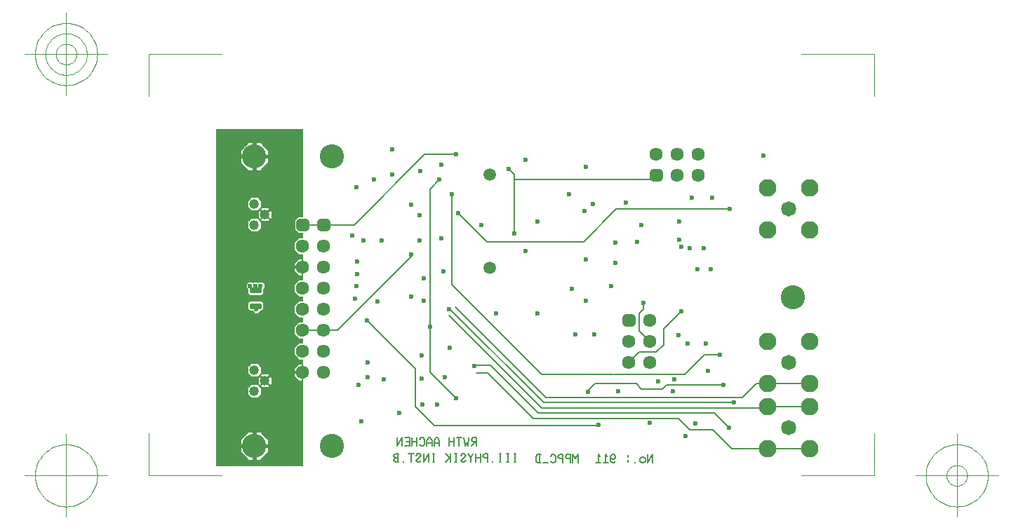
<source format=gbr>
G04 Generated by Ultiboard *
%FSLAX25Y25*%
%MOMM*%

%ADD10C,0.00100*%
%ADD11C,0.20000*%
%ADD12C,0.10000*%
%ADD13C,0.60000*%
%ADD14C,2.92100*%
%ADD15C,1.50000*%
%ADD16C,1.18516*%
%ADD17C,1.60884*%
%ADD18R,0.52908X0.52908*%
%ADD19C,0.99492*%
%ADD20R,1.05867X0.27534*%
%ADD21C,0.42316*%
%ADD22C,1.82016*%
%ADD23C,2.11684*%


%LNCopper Bottom*%
%LPD*%
%FSLAX25Y25*%
%MOMM*%
G54D10*
X348917Y3864462D02*
X313640Y3829186D01*
X313640Y3829186D02*
X313640Y3776696D01*
X313640Y3776696D02*
X348917Y3776696D01*
X348917Y3776696D02*
X348917Y3741704D01*
X348917Y3741704D02*
X313640Y3741704D01*
X313640Y3741704D02*
X313640Y3689215D01*
X313640Y3689215D02*
X348917Y3653938D01*
X348917Y3653938D02*
X348917Y2749883D01*
X348917Y2749883D02*
X25450Y2749883D01*
X25450Y2749883D02*
X25450Y4089350D01*
X25450Y4089350D02*
X348917Y4089350D01*
X348917Y4089350D02*
X348917Y3864462D01*
G36*
X25450Y3829186D02*
X25450Y4089350D01*
X348917Y4089350D01*
X348917Y3864462D01*
X313640Y3829186D01*
X25450Y3829186D01*
G37*
X25450Y3829186D02*
X25450Y4089350D01*
X25450Y4089350D02*
X348917Y4089350D01*
X348917Y4089350D02*
X348917Y3864462D01*
X348917Y3864462D02*
X313640Y3829186D01*
X313640Y3829186D02*
X25450Y3829186D01*
G36*
X313640Y3776696D02*
X348917Y3776696D01*
X348917Y3741704D01*
X313640Y3741704D01*
X313640Y3776696D01*
G37*
X313640Y3776696D02*
X348917Y3776696D01*
X348917Y3776696D02*
X348917Y3741704D01*
X348917Y3741704D02*
X313640Y3741704D01*
X313640Y3741704D02*
X313640Y3776696D01*
G36*
X313640Y2749883D02*
X313640Y3689215D01*
X348917Y3653938D01*
X348917Y2749883D01*
X313640Y2749883D01*
G37*
X313640Y2749883D02*
X313640Y3689215D01*
X313640Y3689215D02*
X348917Y3653938D01*
X348917Y3653938D02*
X348917Y2749883D01*
X348917Y2749883D02*
X313640Y2749883D01*
G36*
X313640Y2749883D02*
X25450Y2749883D01*
X25450Y3829186D01*
X313640Y3829186D01*
X313640Y2749883D01*
G37*
X313640Y2749883D02*
X25450Y2749883D01*
X25450Y2749883D02*
X25450Y3829186D01*
X25450Y3829186D02*
X313640Y3829186D01*
X313640Y3829186D02*
X313640Y2749883D01*
X511947Y3269868D02*
X448565Y3269868D01*
X448565Y3269868D02*
X400432Y3221735D01*
X400432Y3221735D02*
X400432Y3153665D01*
X400432Y3153665D02*
X448565Y3105532D01*
X448565Y3105532D02*
X511947Y3105532D01*
X511947Y3105532D02*
X511947Y3060700D01*
X511947Y3060700D02*
X348917Y3060700D01*
X348917Y3060700D02*
X348917Y3653938D01*
X348917Y3653938D02*
X412615Y3590240D01*
X412615Y3590240D02*
X465104Y3590240D01*
X465104Y3590240D02*
X465104Y3689215D01*
X465104Y3689215D02*
X500096Y3689215D01*
X500096Y3689215D02*
X500096Y3590240D01*
X500096Y3590240D02*
X511947Y3590240D01*
X511947Y3590240D02*
X511947Y3269868D01*
G36*
X465104Y3590240D02*
X465104Y3689215D01*
X500096Y3689215D01*
X500096Y3590240D01*
X465104Y3590240D01*
G37*
X465104Y3590240D02*
X465104Y3689215D01*
X465104Y3689215D02*
X500096Y3689215D01*
X500096Y3689215D02*
X500096Y3590240D01*
X500096Y3590240D02*
X465104Y3590240D01*
G36*
X511947Y3590240D02*
X511947Y3269868D01*
X448565Y3269868D01*
X448565Y3590240D01*
X511947Y3590240D01*
G37*
X511947Y3590240D02*
X511947Y3269868D01*
X511947Y3269868D02*
X448565Y3269868D01*
X448565Y3269868D02*
X448565Y3590240D01*
X448565Y3590240D02*
X511947Y3590240D01*
G36*
X400432Y3060700D02*
X348917Y3060700D01*
X348917Y3221735D01*
X400432Y3221735D01*
X400432Y3060700D01*
G37*
X400432Y3060700D02*
X348917Y3060700D01*
X348917Y3060700D02*
X348917Y3221735D01*
X348917Y3221735D02*
X400432Y3221735D01*
X400432Y3221735D02*
X400432Y3060700D01*
G36*
X412615Y3233918D02*
X412615Y3590240D01*
X448565Y3590240D01*
X448565Y3269868D01*
X412615Y3233918D01*
G37*
X412615Y3233918D02*
X412615Y3590240D01*
X412615Y3590240D02*
X448565Y3590240D01*
X448565Y3590240D02*
X448565Y3269868D01*
X448565Y3269868D02*
X412615Y3233918D01*
G36*
X412615Y3233918D02*
X400432Y3221735D01*
X348917Y3221735D01*
X348917Y3653938D01*
X412615Y3590240D01*
X412615Y3233918D01*
G37*
X412615Y3233918D02*
X400432Y3221735D01*
X400432Y3221735D02*
X348917Y3221735D01*
X348917Y3221735D02*
X348917Y3653938D01*
X348917Y3653938D02*
X412615Y3590240D01*
X412615Y3590240D02*
X412615Y3233918D01*
G36*
X448565Y3060700D02*
X448565Y3105532D01*
X511947Y3105532D01*
X511947Y3060700D01*
X448565Y3060700D01*
G37*
X448565Y3060700D02*
X448565Y3105532D01*
X448565Y3105532D02*
X511947Y3105532D01*
X511947Y3105532D02*
X511947Y3060700D01*
X511947Y3060700D02*
X448565Y3060700D01*
G36*
X448565Y3060700D02*
X400432Y3060700D01*
X400432Y3153665D01*
X448565Y3105532D01*
X448565Y3060700D01*
G37*
X448565Y3060700D02*
X400432Y3060700D01*
X400432Y3060700D02*
X400432Y3153665D01*
X400432Y3153665D02*
X448565Y3105532D01*
X448565Y3105532D02*
X448565Y3060700D01*
X511947Y3105532D02*
X516635Y3105532D01*
X516635Y3105532D02*
X564768Y3153665D01*
X564768Y3153665D02*
X564768Y3221735D01*
X564768Y3221735D02*
X516635Y3269868D01*
X516635Y3269868D02*
X511947Y3269868D01*
X511947Y3269868D02*
X511947Y3590240D01*
X511947Y3590240D02*
X552586Y3590240D01*
X552586Y3590240D02*
X609600Y3647255D01*
X609600Y3647255D02*
X609600Y3142868D01*
X609600Y3142868D02*
X575565Y3142868D01*
X575565Y3142868D02*
X557515Y3124818D01*
X557515Y3124818D02*
X609600Y3072733D01*
X609600Y3072733D02*
X609600Y3060700D01*
X609600Y3060700D02*
X597567Y3060700D01*
X597567Y3060700D02*
X545482Y3112785D01*
X545482Y3112785D02*
X527432Y3094735D01*
X527432Y3094735D02*
X527432Y3060700D01*
X527432Y3060700D02*
X511947Y3060700D01*
X511947Y3060700D02*
X511947Y3105532D01*
G36*
X516635Y3060700D02*
X511947Y3060700D01*
X511947Y3105532D01*
X516635Y3105532D01*
X516635Y3060700D01*
G37*
X516635Y3060700D02*
X511947Y3060700D01*
X511947Y3060700D02*
X511947Y3105532D01*
X511947Y3105532D02*
X516635Y3105532D01*
X516635Y3105532D02*
X516635Y3060700D01*
G36*
X564768Y3602423D02*
X609600Y3647255D01*
X609600Y3153665D01*
X564768Y3153665D01*
X564768Y3602423D01*
G37*
X564768Y3602423D02*
X609600Y3647255D01*
X609600Y3647255D02*
X609600Y3153665D01*
X609600Y3153665D02*
X564768Y3153665D01*
X564768Y3153665D02*
X564768Y3602423D01*
G36*
X575565Y3153665D02*
X609600Y3153665D01*
X609600Y3142868D01*
X575565Y3142868D01*
X575565Y3153665D01*
G37*
X575565Y3153665D02*
X609600Y3153665D01*
X609600Y3153665D02*
X609600Y3142868D01*
X609600Y3142868D02*
X575565Y3142868D01*
X575565Y3142868D02*
X575565Y3153665D01*
G36*
X516635Y3590240D02*
X516635Y3269868D01*
X511947Y3269868D01*
X511947Y3590240D01*
X516635Y3590240D01*
G37*
X516635Y3590240D02*
X516635Y3269868D01*
X516635Y3269868D02*
X511947Y3269868D01*
X511947Y3269868D02*
X511947Y3590240D01*
X511947Y3590240D02*
X516635Y3590240D01*
G36*
X535922Y3124818D02*
X564768Y3153665D01*
X575565Y3153665D01*
X575565Y3142868D01*
X557515Y3124818D01*
X535922Y3124818D01*
G37*
X535922Y3124818D02*
X564768Y3153665D01*
X564768Y3153665D02*
X575565Y3153665D01*
X575565Y3153665D02*
X575565Y3142868D01*
X575565Y3142868D02*
X557515Y3124818D01*
X557515Y3124818D02*
X535922Y3124818D01*
G36*
X552586Y3233918D02*
X552586Y3590240D01*
X564768Y3602423D01*
X564768Y3221735D01*
X552586Y3233918D01*
G37*
X552586Y3233918D02*
X552586Y3590240D01*
X552586Y3590240D02*
X564768Y3602423D01*
X564768Y3602423D02*
X564768Y3221735D01*
X564768Y3221735D02*
X552586Y3233918D01*
G36*
X552586Y3233918D02*
X516635Y3269868D01*
X516635Y3590240D01*
X552586Y3590240D01*
X552586Y3233918D01*
G37*
X552586Y3233918D02*
X516635Y3269868D01*
X516635Y3269868D02*
X516635Y3590240D01*
X516635Y3590240D02*
X552586Y3590240D01*
X552586Y3590240D02*
X552586Y3233918D01*
G36*
X545482Y3124818D02*
X557515Y3124818D01*
X609600Y3072733D01*
X609600Y3060700D01*
X597567Y3060700D01*
X545482Y3112785D01*
X545482Y3124818D01*
G37*
X545482Y3124818D02*
X557515Y3124818D01*
X557515Y3124818D02*
X609600Y3072733D01*
X609600Y3072733D02*
X609600Y3060700D01*
X609600Y3060700D02*
X597567Y3060700D01*
X597567Y3060700D02*
X545482Y3112785D01*
X545482Y3112785D02*
X545482Y3124818D01*
G36*
X516635Y3094735D02*
X527432Y3094735D01*
X527432Y3060700D01*
X516635Y3060700D01*
X516635Y3094735D01*
G37*
X516635Y3094735D02*
X527432Y3094735D01*
X527432Y3094735D02*
X527432Y3060700D01*
X527432Y3060700D02*
X516635Y3060700D01*
X516635Y3060700D02*
X516635Y3094735D01*
G36*
X516635Y3094735D02*
X516635Y3105532D01*
X535922Y3124818D01*
X545482Y3124818D01*
X545482Y3112785D01*
X527432Y3094735D01*
X516635Y3094735D01*
G37*
X516635Y3094735D02*
X516635Y3105532D01*
X516635Y3105532D02*
X535922Y3124818D01*
X535922Y3124818D02*
X545482Y3124818D01*
X545482Y3124818D02*
X545482Y3112785D01*
X545482Y3112785D02*
X527432Y3094735D01*
X527432Y3094735D02*
X516635Y3094735D01*
X609600Y3072733D02*
X661685Y3124818D01*
X661685Y3124818D02*
X643635Y3142868D01*
X643635Y3142868D02*
X609600Y3142868D01*
X609600Y3142868D02*
X609600Y3647255D01*
X609600Y3647255D02*
X651560Y3689215D01*
X651560Y3689215D02*
X717883Y3689215D01*
X717883Y3689215D02*
X717883Y3060700D01*
X717883Y3060700D02*
X691768Y3060700D01*
X691768Y3060700D02*
X691768Y3094735D01*
X691768Y3094735D02*
X673718Y3112785D01*
X673718Y3112785D02*
X621633Y3060700D01*
X621633Y3060700D02*
X609600Y3060700D01*
X609600Y3060700D02*
X609600Y3072733D01*
G36*
X643635Y3681290D02*
X643635Y3142868D01*
X609600Y3142868D01*
X609600Y3647255D01*
X643635Y3681290D01*
G37*
X643635Y3681290D02*
X643635Y3142868D01*
X643635Y3142868D02*
X609600Y3142868D01*
X609600Y3142868D02*
X609600Y3647255D01*
X609600Y3647255D02*
X643635Y3681290D01*
G36*
X643635Y3681290D02*
X651560Y3689215D01*
X717883Y3689215D01*
X717883Y3124818D01*
X661685Y3124818D01*
X643635Y3142868D01*
X643635Y3681290D01*
G37*
X643635Y3681290D02*
X651560Y3689215D01*
X651560Y3689215D02*
X717883Y3689215D01*
X717883Y3689215D02*
X717883Y3124818D01*
X717883Y3124818D02*
X661685Y3124818D01*
X661685Y3124818D02*
X643635Y3142868D01*
X643635Y3142868D02*
X643635Y3681290D01*
G36*
X691768Y3124818D02*
X717883Y3124818D01*
X717883Y3060700D01*
X691768Y3060700D01*
X691768Y3124818D01*
G37*
X691768Y3124818D02*
X717883Y3124818D01*
X717883Y3124818D02*
X717883Y3060700D01*
X717883Y3060700D02*
X691768Y3060700D01*
X691768Y3060700D02*
X691768Y3124818D01*
G36*
X673718Y3124818D02*
X673718Y3112785D01*
X621633Y3060700D01*
X609600Y3060700D01*
X609600Y3072733D01*
X661685Y3124818D01*
X673718Y3124818D01*
G37*
X673718Y3124818D02*
X673718Y3112785D01*
X673718Y3112785D02*
X621633Y3060700D01*
X621633Y3060700D02*
X609600Y3060700D01*
X609600Y3060700D02*
X609600Y3072733D01*
X609600Y3072733D02*
X661685Y3124818D01*
X661685Y3124818D02*
X673718Y3124818D01*
G36*
X673718Y3124818D02*
X691768Y3124818D01*
X691768Y3094735D01*
X673718Y3112785D01*
X673718Y3124818D01*
G37*
X673718Y3124818D02*
X691768Y3124818D01*
X691768Y3124818D02*
X691768Y3094735D01*
X691768Y3094735D02*
X673718Y3112785D01*
X673718Y3112785D02*
X673718Y3124818D01*
X1066800Y3032810D02*
X1010251Y3032810D01*
X1010251Y3032810D02*
X967690Y2990249D01*
X967690Y2990249D02*
X967690Y2877151D01*
X967690Y2877151D02*
X1010251Y2834590D01*
X1010251Y2834590D02*
X1066800Y2834590D01*
X1066800Y2834590D02*
X1066800Y2783052D01*
X1066800Y2783052D02*
X1023990Y2783052D01*
X1023990Y2783052D02*
X990822Y2749883D01*
X990822Y2749883D02*
X717883Y2749883D01*
X717883Y2749883D02*
X717883Y4089350D01*
X717883Y4089350D02*
X1066800Y4089350D01*
X1066800Y4089350D02*
X1066800Y3032810D01*
G36*
X1010251Y4089350D02*
X1066800Y4089350D01*
X1066800Y3032810D01*
X1010251Y3032810D01*
X1010251Y4089350D01*
G37*
X1010251Y4089350D02*
X1066800Y4089350D01*
X1066800Y4089350D02*
X1066800Y3032810D01*
X1066800Y3032810D02*
X1010251Y3032810D01*
X1010251Y3032810D02*
X1010251Y4089350D01*
G36*
X717883Y2990249D02*
X717883Y4089350D01*
X1010251Y4089350D01*
X1010251Y3032810D01*
X967690Y2990249D01*
X717883Y2990249D01*
G37*
X717883Y2990249D02*
X717883Y4089350D01*
X717883Y4089350D02*
X1010251Y4089350D01*
X1010251Y4089350D02*
X1010251Y3032810D01*
X1010251Y3032810D02*
X967690Y2990249D01*
X967690Y2990249D02*
X717883Y2990249D01*
G36*
X967690Y2749883D02*
X717883Y2749883D01*
X717883Y2990249D01*
X967690Y2990249D01*
X967690Y2749883D01*
G37*
X967690Y2749883D02*
X717883Y2749883D01*
X717883Y2749883D02*
X717883Y2990249D01*
X717883Y2990249D02*
X967690Y2990249D01*
X967690Y2990249D02*
X967690Y2749883D01*
G36*
X1010251Y2769312D02*
X990822Y2749883D01*
X967690Y2749883D01*
X967690Y2877151D01*
X1010251Y2834590D01*
X1010251Y2769312D01*
G37*
X1010251Y2769312D02*
X990822Y2749883D01*
X990822Y2749883D02*
X967690Y2749883D01*
X967690Y2749883D02*
X967690Y2877151D01*
X967690Y2877151D02*
X1010251Y2834590D01*
X1010251Y2834590D02*
X1010251Y2769312D01*
G36*
X1023990Y2834590D02*
X1023990Y2783052D01*
X1010251Y2769312D01*
X1010251Y2834590D01*
X1023990Y2834590D01*
G37*
X1023990Y2834590D02*
X1023990Y2783052D01*
X1023990Y2783052D02*
X1010251Y2769312D01*
X1010251Y2769312D02*
X1010251Y2834590D01*
X1010251Y2834590D02*
X1023990Y2834590D01*
G36*
X1023990Y2834590D02*
X1066800Y2834590D01*
X1066800Y2783052D01*
X1023990Y2783052D01*
X1023990Y2834590D01*
G37*
X1023990Y2834590D02*
X1066800Y2834590D01*
X1066800Y2834590D02*
X1066800Y2783052D01*
X1066800Y2783052D02*
X1023990Y2783052D01*
X1023990Y2783052D02*
X1023990Y2834590D01*
X25450Y1364917D02*
X25450Y2749883D01*
X25450Y2749883D02*
X348917Y2749883D01*
X348917Y2749883D02*
X348917Y1364917D01*
X348917Y1364917D02*
X25450Y1364917D01*
G36*
X25450Y1364917D02*
X25450Y2749883D01*
X348917Y2749883D01*
X348917Y1364917D01*
X25450Y1364917D01*
G37*
X25450Y1364917D02*
X25450Y2749883D01*
X25450Y2749883D02*
X348917Y2749883D01*
X348917Y2749883D02*
X348917Y1364917D01*
X348917Y1364917D02*
X25450Y1364917D01*
X416825Y1905253D02*
X424113Y1897965D01*
X424113Y1897965D02*
X457950Y1897965D01*
X457950Y1897965D02*
X457950Y1896969D01*
X457950Y1896969D02*
X487269Y1867650D01*
X487269Y1867650D02*
X528731Y1867650D01*
X528731Y1867650D02*
X558050Y1896969D01*
X558050Y1896969D02*
X558050Y1897965D01*
X558050Y1897965D02*
X566487Y1897965D01*
X566487Y1897965D02*
X573775Y1905253D01*
X573775Y1905253D02*
X717883Y1905253D01*
X717883Y1905253D02*
X717883Y1364917D01*
X717883Y1364917D02*
X348917Y1364917D01*
X348917Y1364917D02*
X348917Y1905253D01*
X348917Y1905253D02*
X416825Y1905253D01*
G36*
X424113Y1364917D02*
X348917Y1364917D01*
X348917Y1905253D01*
X416825Y1905253D01*
X424113Y1897965D01*
X424113Y1364917D01*
G37*
X424113Y1364917D02*
X348917Y1364917D01*
X348917Y1364917D02*
X348917Y1905253D01*
X348917Y1905253D02*
X416825Y1905253D01*
X416825Y1905253D02*
X424113Y1897965D01*
X424113Y1897965D02*
X424113Y1364917D01*
G36*
X457950Y1364917D02*
X424113Y1364917D01*
X424113Y1897965D01*
X457950Y1897965D01*
X457950Y1364917D01*
G37*
X457950Y1364917D02*
X424113Y1364917D01*
X424113Y1364917D02*
X424113Y1897965D01*
X424113Y1897965D02*
X457950Y1897965D01*
X457950Y1897965D02*
X457950Y1364917D01*
G36*
X487269Y1364917D02*
X457950Y1364917D01*
X457950Y1896969D01*
X487269Y1867650D01*
X487269Y1364917D01*
G37*
X487269Y1364917D02*
X457950Y1364917D01*
X457950Y1364917D02*
X457950Y1896969D01*
X457950Y1896969D02*
X487269Y1867650D01*
X487269Y1867650D02*
X487269Y1364917D01*
G36*
X528731Y1364917D02*
X487269Y1364917D01*
X487269Y1867650D01*
X528731Y1867650D01*
X528731Y1364917D01*
G37*
X528731Y1364917D02*
X487269Y1364917D01*
X487269Y1364917D02*
X487269Y1867650D01*
X487269Y1867650D02*
X528731Y1867650D01*
X528731Y1867650D02*
X528731Y1364917D01*
G36*
X717883Y1896969D02*
X717883Y1364917D01*
X528731Y1364917D01*
X528731Y1867650D01*
X558050Y1896969D01*
X717883Y1896969D01*
G37*
X717883Y1896969D02*
X717883Y1364917D01*
X717883Y1364917D02*
X528731Y1364917D01*
X528731Y1364917D02*
X528731Y1867650D01*
X528731Y1867650D02*
X558050Y1896969D01*
X558050Y1896969D02*
X717883Y1896969D01*
G36*
X566487Y1896969D02*
X566487Y1897965D01*
X573775Y1905253D01*
X717883Y1905253D01*
X717883Y1896969D01*
X566487Y1896969D01*
G37*
X566487Y1896969D02*
X566487Y1897965D01*
X566487Y1897965D02*
X573775Y1905253D01*
X573775Y1905253D02*
X717883Y1905253D01*
X717883Y1905253D02*
X717883Y1896969D01*
X717883Y1896969D02*
X566487Y1896969D01*
G36*
X566487Y1896969D02*
X558050Y1896969D01*
X558050Y1897965D01*
X566487Y1897965D01*
X566487Y1896969D01*
G37*
X566487Y1896969D02*
X558050Y1896969D01*
X558050Y1896969D02*
X558050Y1897965D01*
X558050Y1897965D02*
X566487Y1897965D01*
X566487Y1897965D02*
X566487Y1896969D01*
X1066800Y1767052D02*
X1023990Y1767052D01*
X1023990Y1767052D02*
X963448Y1706510D01*
X963448Y1706510D02*
X963448Y1620890D01*
X963448Y1620890D02*
X1023990Y1560348D01*
X1023990Y1560348D02*
X1066800Y1560348D01*
X1066800Y1560348D02*
X1066800Y1513052D01*
X1066800Y1513052D02*
X1023990Y1513052D01*
X1023990Y1513052D02*
X963448Y1452510D01*
X963448Y1452510D02*
X963448Y1366890D01*
X963448Y1366890D02*
X965422Y1364917D01*
X965422Y1364917D02*
X717883Y1364917D01*
X717883Y1364917D02*
X717883Y2382890D01*
X717883Y2382890D02*
X963448Y2382890D01*
X963448Y2382890D02*
X1023990Y2322348D01*
X1023990Y2322348D02*
X1056098Y2322348D01*
X1056098Y2322348D02*
X1056098Y2382890D01*
X1056098Y2382890D02*
X1066800Y2382890D01*
X1066800Y2382890D02*
X1066800Y2275052D01*
X1066800Y2275052D02*
X1023990Y2275052D01*
X1023990Y2275052D02*
X963448Y2214510D01*
X963448Y2214510D02*
X963448Y2128890D01*
X963448Y2128890D02*
X1023990Y2068348D01*
X1023990Y2068348D02*
X1066800Y2068348D01*
X1066800Y2068348D02*
X1066800Y2021052D01*
X1066800Y2021052D02*
X1023990Y2021052D01*
X1023990Y2021052D02*
X963448Y1960510D01*
X963448Y1960510D02*
X963448Y1874890D01*
X963448Y1874890D02*
X1023990Y1814348D01*
X1023990Y1814348D02*
X1066800Y1814348D01*
X1066800Y1814348D02*
X1066800Y1767052D01*
G36*
X1023990Y2068348D02*
X1066800Y2068348D01*
X1066800Y2021052D01*
X1023990Y2021052D01*
X1023990Y2068348D01*
G37*
X1023990Y2068348D02*
X1066800Y2068348D01*
X1066800Y2068348D02*
X1066800Y2021052D01*
X1066800Y2021052D02*
X1023990Y2021052D01*
X1023990Y2021052D02*
X1023990Y2068348D01*
G36*
X1023990Y1814348D02*
X1066800Y1814348D01*
X1066800Y1767052D01*
X1023990Y1767052D01*
X1023990Y1814348D01*
G37*
X1023990Y1814348D02*
X1066800Y1814348D01*
X1066800Y1814348D02*
X1066800Y1767052D01*
X1066800Y1767052D02*
X1023990Y1767052D01*
X1023990Y1767052D02*
X1023990Y1814348D01*
G36*
X1066800Y2322348D02*
X1056098Y2322348D01*
X1056098Y2382890D01*
X1066800Y2382890D01*
X1066800Y2322348D01*
G37*
X1066800Y2322348D02*
X1056098Y2322348D01*
X1056098Y2322348D02*
X1056098Y2382890D01*
X1056098Y2382890D02*
X1066800Y2382890D01*
X1066800Y2382890D02*
X1066800Y2322348D01*
G36*
X1066800Y2322348D02*
X1066800Y2275052D01*
X1023990Y2275052D01*
X1023990Y2322348D01*
X1066800Y2322348D01*
G37*
X1066800Y2322348D02*
X1066800Y2275052D01*
X1066800Y2275052D02*
X1023990Y2275052D01*
X1023990Y2275052D02*
X1023990Y2322348D01*
X1023990Y2322348D02*
X1066800Y2322348D01*
G36*
X963448Y1874890D02*
X1023990Y1814348D01*
X1023990Y1767052D01*
X963448Y1706510D01*
X963448Y1874890D01*
G37*
X963448Y1874890D02*
X1023990Y1814348D01*
X1023990Y1814348D02*
X1023990Y1767052D01*
X1023990Y1767052D02*
X963448Y1706510D01*
X963448Y1706510D02*
X963448Y1874890D01*
G36*
X963448Y1364917D02*
X963448Y1366890D01*
X965422Y1364917D01*
X963448Y1364917D01*
G37*
X963448Y1364917D02*
X963448Y1366890D01*
X963448Y1366890D02*
X965422Y1364917D01*
X965422Y1364917D02*
X963448Y1364917D01*
G36*
X963448Y1364917D02*
X717883Y1364917D01*
X717883Y1960510D01*
X963448Y1960510D01*
X963448Y1364917D01*
G37*
X963448Y1364917D02*
X717883Y1364917D01*
X717883Y1364917D02*
X717883Y1960510D01*
X717883Y1960510D02*
X963448Y1960510D01*
X963448Y1960510D02*
X963448Y1364917D01*
G36*
X717883Y2214510D02*
X717883Y2382890D01*
X963448Y2382890D01*
X1023990Y2322348D01*
X1023990Y2275052D01*
X963448Y2214510D01*
X717883Y2214510D01*
G37*
X717883Y2214510D02*
X717883Y2382890D01*
X717883Y2382890D02*
X963448Y2382890D01*
X963448Y2382890D02*
X1023990Y2322348D01*
X1023990Y2322348D02*
X1023990Y2275052D01*
X1023990Y2275052D02*
X963448Y2214510D01*
X963448Y2214510D02*
X717883Y2214510D01*
G36*
X1023990Y1560348D02*
X1066800Y1560348D01*
X1066800Y1513052D01*
X1023990Y1513052D01*
X1023990Y1560348D01*
G37*
X1023990Y1560348D02*
X1066800Y1560348D01*
X1066800Y1560348D02*
X1066800Y1513052D01*
X1066800Y1513052D02*
X1023990Y1513052D01*
X1023990Y1513052D02*
X1023990Y1560348D01*
G36*
X1023990Y1513052D02*
X963448Y1452510D01*
X963448Y1620890D01*
X1023990Y1560348D01*
X1023990Y1513052D01*
G37*
X1023990Y1513052D02*
X963448Y1452510D01*
X963448Y1452510D02*
X963448Y1620890D01*
X963448Y1620890D02*
X1023990Y1560348D01*
X1023990Y1560348D02*
X1023990Y1513052D01*
G36*
X963448Y2128890D02*
X1023990Y2068348D01*
X1023990Y2021052D01*
X963448Y1960510D01*
X963448Y2128890D01*
G37*
X963448Y2128890D02*
X1023990Y2068348D01*
X1023990Y2068348D02*
X1023990Y2021052D01*
X1023990Y2021052D02*
X963448Y1960510D01*
X963448Y1960510D02*
X963448Y2128890D01*
G36*
X963448Y1960510D02*
X717883Y1960510D01*
X717883Y2214510D01*
X963448Y2214510D01*
X963448Y1960510D01*
G37*
X963448Y1960510D02*
X717883Y1960510D01*
X717883Y1960510D02*
X717883Y2214510D01*
X717883Y2214510D02*
X963448Y2214510D01*
X963448Y2214510D02*
X963448Y1960510D01*
X1056098Y1198510D02*
X1056098Y1259052D01*
X1056098Y1259052D02*
X1023990Y1259052D01*
X1023990Y1259052D02*
X963448Y1198510D01*
X963448Y1198510D02*
X717883Y1198510D01*
X717883Y1198510D02*
X717883Y1364917D01*
X717883Y1364917D02*
X965422Y1364917D01*
X965422Y1364917D02*
X1023990Y1306348D01*
X1023990Y1306348D02*
X1066800Y1306348D01*
X1066800Y1306348D02*
X1066800Y1198510D01*
X1066800Y1198510D02*
X1056098Y1198510D01*
G36*
X1056098Y1306348D02*
X1066800Y1306348D01*
X1066800Y1198510D01*
X1056098Y1198510D01*
X1056098Y1306348D01*
G37*
X1056098Y1306348D02*
X1066800Y1306348D01*
X1066800Y1306348D02*
X1066800Y1198510D01*
X1066800Y1198510D02*
X1056098Y1198510D01*
X1056098Y1198510D02*
X1056098Y1306348D01*
G36*
X1023990Y1259052D02*
X963448Y1198510D01*
X717883Y1198510D01*
X717883Y1364917D01*
X965422Y1364917D01*
X1023990Y1306348D01*
X1023990Y1259052D01*
G37*
X1023990Y1259052D02*
X963448Y1198510D01*
X963448Y1198510D02*
X717883Y1198510D01*
X717883Y1198510D02*
X717883Y1364917D01*
X717883Y1364917D02*
X965422Y1364917D01*
X965422Y1364917D02*
X1023990Y1306348D01*
X1023990Y1306348D02*
X1023990Y1259052D01*
G36*
X1023990Y1306348D02*
X1056098Y1306348D01*
X1056098Y1259052D01*
X1023990Y1259052D01*
X1023990Y1306348D01*
G37*
X1023990Y1306348D02*
X1056098Y1306348D01*
X1056098Y1306348D02*
X1056098Y1259052D01*
X1056098Y1259052D02*
X1023990Y1259052D01*
X1023990Y1259052D02*
X1023990Y1306348D01*
X963448Y1198510D02*
X963448Y1166402D01*
X963448Y1166402D02*
X1056098Y1166402D01*
X1056098Y1166402D02*
X1056098Y1198510D01*
X1056098Y1198510D02*
X1066800Y1198510D01*
X1066800Y1198510D02*
X1066800Y1112890D01*
X1066800Y1112890D02*
X1056098Y1112890D01*
X1056098Y1112890D02*
X1056098Y1144998D01*
X1056098Y1144998D02*
X963448Y1144998D01*
X963448Y1144998D02*
X963448Y1112890D01*
X963448Y1112890D02*
X717883Y1112890D01*
X717883Y1112890D02*
X717883Y1198510D01*
X717883Y1198510D02*
X963448Y1198510D01*
G36*
X963448Y1112890D02*
X717883Y1112890D01*
X717883Y1198510D01*
X963448Y1198510D01*
X963448Y1112890D01*
G37*
X963448Y1112890D02*
X717883Y1112890D01*
X717883Y1112890D02*
X717883Y1198510D01*
X717883Y1198510D02*
X963448Y1198510D01*
X963448Y1198510D02*
X963448Y1112890D01*
G36*
X1066800Y1166402D02*
X1056098Y1166402D01*
X1056098Y1198510D01*
X1066800Y1198510D01*
X1066800Y1166402D01*
G37*
X1066800Y1166402D02*
X1056098Y1166402D01*
X1056098Y1166402D02*
X1056098Y1198510D01*
X1056098Y1198510D02*
X1066800Y1198510D01*
X1066800Y1198510D02*
X1066800Y1166402D01*
G36*
X1056098Y1166402D02*
X1056098Y1144998D01*
X963448Y1144998D01*
X963448Y1166402D01*
X1056098Y1166402D01*
G37*
X1056098Y1166402D02*
X1056098Y1144998D01*
X1056098Y1144998D02*
X963448Y1144998D01*
X963448Y1144998D02*
X963448Y1166402D01*
X963448Y1166402D02*
X1056098Y1166402D01*
G36*
X1056098Y1166402D02*
X1066800Y1166402D01*
X1066800Y1112890D01*
X1056098Y1112890D01*
X1056098Y1166402D01*
G37*
X1056098Y1166402D02*
X1066800Y1166402D01*
X1066800Y1166402D02*
X1066800Y1112890D01*
X1066800Y1112890D02*
X1056098Y1112890D01*
X1056098Y1112890D02*
X1056098Y1166402D01*
X963448Y1112890D02*
X1023990Y1052348D01*
X1023990Y1052348D02*
X1056098Y1052348D01*
X1056098Y1052348D02*
X1056098Y1112890D01*
X1056098Y1112890D02*
X1066800Y1112890D01*
X1066800Y1112890D02*
X1066800Y25450D01*
X1066800Y25450D02*
X717883Y25450D01*
X717883Y25450D02*
X717883Y1112890D01*
X717883Y1112890D02*
X963448Y1112890D01*
G36*
X1023990Y25450D02*
X717883Y25450D01*
X717883Y1112890D01*
X963448Y1112890D01*
X1023990Y1052348D01*
X1023990Y25450D01*
G37*
X1023990Y25450D02*
X717883Y25450D01*
X717883Y25450D02*
X717883Y1112890D01*
X717883Y1112890D02*
X963448Y1112890D01*
X963448Y1112890D02*
X1023990Y1052348D01*
X1023990Y1052348D02*
X1023990Y25450D01*
G36*
X1066800Y1052348D02*
X1056098Y1052348D01*
X1056098Y1112890D01*
X1066800Y1112890D01*
X1066800Y1052348D01*
G37*
X1066800Y1052348D02*
X1056098Y1052348D01*
X1056098Y1052348D02*
X1056098Y1112890D01*
X1056098Y1112890D02*
X1066800Y1112890D01*
X1066800Y1112890D02*
X1066800Y1052348D01*
G36*
X1066800Y1052348D02*
X1066800Y25450D01*
X1023990Y25450D01*
X1023990Y1052348D01*
X1066800Y1052348D01*
G37*
X1066800Y1052348D02*
X1066800Y25450D01*
X1066800Y25450D02*
X1023990Y25450D01*
X1023990Y25450D02*
X1023990Y1052348D01*
X1023990Y1052348D02*
X1066800Y1052348D01*
X348917Y371962D02*
X313640Y336686D01*
X313640Y336686D02*
X313640Y284196D01*
X313640Y284196D02*
X348917Y284196D01*
X348917Y284196D02*
X348917Y249204D01*
X348917Y249204D02*
X313640Y249204D01*
X313640Y249204D02*
X313640Y196715D01*
X313640Y196715D02*
X348917Y161438D01*
X348917Y161438D02*
X348917Y25450D01*
X348917Y25450D02*
X25450Y25450D01*
X25450Y25450D02*
X25450Y1364917D01*
X25450Y1364917D02*
X348917Y1364917D01*
X348917Y1364917D02*
X348917Y371962D01*
G36*
X25450Y336686D02*
X25450Y1364917D01*
X348917Y1364917D01*
X348917Y371962D01*
X313640Y336686D01*
X25450Y336686D01*
G37*
X25450Y336686D02*
X25450Y1364917D01*
X25450Y1364917D02*
X348917Y1364917D01*
X348917Y1364917D02*
X348917Y371962D01*
X348917Y371962D02*
X313640Y336686D01*
X313640Y336686D02*
X25450Y336686D01*
G36*
X313640Y284196D02*
X348917Y284196D01*
X348917Y249204D01*
X313640Y249204D01*
X313640Y284196D01*
G37*
X313640Y284196D02*
X348917Y284196D01*
X348917Y284196D02*
X348917Y249204D01*
X348917Y249204D02*
X313640Y249204D01*
X313640Y249204D02*
X313640Y284196D01*
G36*
X313640Y25450D02*
X313640Y196715D01*
X348917Y161438D01*
X348917Y25450D01*
X313640Y25450D01*
G37*
X313640Y25450D02*
X313640Y196715D01*
X313640Y196715D02*
X348917Y161438D01*
X348917Y161438D02*
X348917Y25450D01*
X348917Y25450D02*
X313640Y25450D01*
G36*
X313640Y25450D02*
X25450Y25450D01*
X25450Y336686D01*
X313640Y336686D01*
X313640Y25450D01*
G37*
X313640Y25450D02*
X25450Y25450D01*
X25450Y25450D02*
X25450Y336686D01*
X25450Y336686D02*
X313640Y336686D01*
X313640Y336686D02*
X313640Y25450D01*
X511947Y435660D02*
X500096Y435660D01*
X500096Y435660D02*
X500096Y284196D01*
X500096Y284196D02*
X511947Y284196D01*
X511947Y284196D02*
X511947Y249204D01*
X511947Y249204D02*
X500096Y249204D01*
X500096Y249204D02*
X500096Y97740D01*
X500096Y97740D02*
X511947Y97740D01*
X511947Y97740D02*
X511947Y25450D01*
X511947Y25450D02*
X348917Y25450D01*
X348917Y25450D02*
X348917Y161438D01*
X348917Y161438D02*
X412615Y97740D01*
X412615Y97740D02*
X465104Y97740D01*
X465104Y97740D02*
X465104Y249204D01*
X465104Y249204D02*
X348917Y249204D01*
X348917Y249204D02*
X348917Y284196D01*
X348917Y284196D02*
X465104Y284196D01*
X465104Y284196D02*
X465104Y435660D01*
X465104Y435660D02*
X412615Y435660D01*
X412615Y435660D02*
X348917Y371962D01*
X348917Y371962D02*
X348917Y1054100D01*
X348917Y1054100D02*
X511947Y1054100D01*
X511947Y1054100D02*
X511947Y1009268D01*
X511947Y1009268D02*
X448565Y1009268D01*
X448565Y1009268D02*
X400432Y961135D01*
X400432Y961135D02*
X400432Y893065D01*
X400432Y893065D02*
X448565Y844932D01*
X448565Y844932D02*
X511947Y844932D01*
X511947Y844932D02*
X511947Y435660D01*
G36*
X348917Y435660D02*
X412615Y435660D01*
X348917Y371962D01*
X348917Y435660D01*
G37*
X348917Y435660D02*
X412615Y435660D01*
X412615Y435660D02*
X348917Y371962D01*
X348917Y371962D02*
X348917Y435660D01*
G36*
X500096Y284196D02*
X511947Y284196D01*
X511947Y249204D01*
X500096Y249204D01*
X500096Y284196D01*
G37*
X500096Y284196D02*
X511947Y284196D01*
X511947Y284196D02*
X511947Y249204D01*
X511947Y249204D02*
X500096Y249204D01*
X500096Y249204D02*
X500096Y284196D01*
G36*
X500096Y25450D02*
X500096Y97740D01*
X511947Y97740D01*
X511947Y25450D01*
X500096Y25450D01*
G37*
X500096Y25450D02*
X500096Y97740D01*
X500096Y97740D02*
X511947Y97740D01*
X511947Y97740D02*
X511947Y25450D01*
X511947Y25450D02*
X500096Y25450D01*
G36*
X448565Y1054100D02*
X511947Y1054100D01*
X511947Y1009268D01*
X448565Y1009268D01*
X448565Y1054100D01*
G37*
X448565Y1054100D02*
X511947Y1054100D01*
X511947Y1054100D02*
X511947Y1009268D01*
X511947Y1009268D02*
X448565Y1009268D01*
X448565Y1009268D02*
X448565Y1054100D01*
G36*
X412615Y25450D02*
X348917Y25450D01*
X348917Y161438D01*
X412615Y97740D01*
X412615Y25450D01*
G37*
X412615Y25450D02*
X348917Y25450D01*
X348917Y25450D02*
X348917Y161438D01*
X348917Y161438D02*
X412615Y97740D01*
X412615Y97740D02*
X412615Y25450D01*
G36*
X348917Y961135D02*
X348917Y1054100D01*
X448565Y1054100D01*
X448565Y1009268D01*
X400432Y961135D01*
X348917Y961135D01*
G37*
X348917Y961135D02*
X348917Y1054100D01*
X348917Y1054100D02*
X448565Y1054100D01*
X448565Y1054100D02*
X448565Y1009268D01*
X448565Y1009268D02*
X400432Y961135D01*
X400432Y961135D02*
X348917Y961135D01*
G36*
X500096Y97740D02*
X500096Y25450D01*
X412615Y25450D01*
X412615Y97740D01*
X500096Y97740D01*
G37*
X500096Y97740D02*
X500096Y25450D01*
X500096Y25450D02*
X412615Y25450D01*
X412615Y25450D02*
X412615Y97740D01*
X412615Y97740D02*
X500096Y97740D01*
G36*
X400432Y435660D02*
X348917Y435660D01*
X348917Y961135D01*
X400432Y961135D01*
X400432Y435660D01*
G37*
X400432Y435660D02*
X348917Y435660D01*
X348917Y435660D02*
X348917Y961135D01*
X348917Y961135D02*
X400432Y961135D01*
X400432Y961135D02*
X400432Y435660D01*
G36*
X465104Y249204D02*
X348917Y249204D01*
X348917Y284196D01*
X465104Y284196D01*
X465104Y249204D01*
G37*
X465104Y249204D02*
X348917Y249204D01*
X348917Y249204D02*
X348917Y284196D01*
X348917Y284196D02*
X465104Y284196D01*
X465104Y284196D02*
X465104Y249204D01*
G36*
X465104Y435660D02*
X500096Y435660D01*
X500096Y97740D01*
X465104Y97740D01*
X465104Y435660D01*
G37*
X465104Y435660D02*
X500096Y435660D01*
X500096Y435660D02*
X500096Y97740D01*
X500096Y97740D02*
X465104Y97740D01*
X465104Y97740D02*
X465104Y435660D01*
G36*
X448565Y435660D02*
X448565Y844932D01*
X511947Y844932D01*
X511947Y435660D01*
X448565Y435660D01*
G37*
X448565Y435660D02*
X448565Y844932D01*
X448565Y844932D02*
X511947Y844932D01*
X511947Y844932D02*
X511947Y435660D01*
X511947Y435660D02*
X448565Y435660D01*
G36*
X448565Y435660D02*
X400432Y435660D01*
X400432Y893065D01*
X448565Y844932D01*
X448565Y435660D01*
G37*
X448565Y435660D02*
X400432Y435660D01*
X400432Y435660D02*
X400432Y893065D01*
X400432Y893065D02*
X448565Y844932D01*
X448565Y844932D02*
X448565Y435660D01*
X609600Y284196D02*
X651560Y284196D01*
X651560Y284196D02*
X651560Y336686D01*
X651560Y336686D02*
X609600Y378646D01*
X609600Y378646D02*
X609600Y971932D01*
X609600Y971932D02*
X643635Y971932D01*
X643635Y971932D02*
X661685Y989982D01*
X661685Y989982D02*
X609600Y1042067D01*
X609600Y1042067D02*
X609600Y1054100D01*
X609600Y1054100D02*
X621633Y1054100D01*
X621633Y1054100D02*
X673718Y1002015D01*
X673718Y1002015D02*
X691768Y1020065D01*
X691768Y1020065D02*
X691768Y1054100D01*
X691768Y1054100D02*
X717883Y1054100D01*
X717883Y1054100D02*
X717883Y25450D01*
X717883Y25450D02*
X609600Y25450D01*
X609600Y25450D02*
X609600Y154755D01*
X609600Y154755D02*
X651560Y196715D01*
X651560Y196715D02*
X651560Y249204D01*
X651560Y249204D02*
X609600Y249204D01*
X609600Y249204D02*
X609600Y284196D01*
G36*
X651560Y1024173D02*
X651560Y1000107D01*
X609600Y1042067D01*
X609600Y1054100D01*
X621633Y1054100D01*
X651560Y1024173D01*
G37*
X651560Y1024173D02*
X651560Y1000107D01*
X651560Y1000107D02*
X609600Y1042067D01*
X609600Y1042067D02*
X609600Y1054100D01*
X609600Y1054100D02*
X621633Y1054100D01*
X621633Y1054100D02*
X651560Y1024173D01*
G36*
X717883Y196715D02*
X717883Y25450D01*
X609600Y25450D01*
X609600Y154755D01*
X651560Y196715D01*
X717883Y196715D01*
G37*
X717883Y196715D02*
X717883Y25450D01*
X717883Y25450D02*
X609600Y25450D01*
X609600Y25450D02*
X609600Y154755D01*
X609600Y154755D02*
X651560Y196715D01*
X651560Y196715D02*
X717883Y196715D01*
G36*
X643635Y344610D02*
X643635Y971932D01*
X651560Y979857D01*
X651560Y336686D01*
X643635Y344610D01*
G37*
X643635Y344610D02*
X643635Y971932D01*
X643635Y971932D02*
X651560Y979857D01*
X651560Y979857D02*
X651560Y336686D01*
X651560Y336686D02*
X643635Y344610D01*
G36*
X643635Y344610D02*
X609600Y378646D01*
X609600Y971932D01*
X643635Y971932D01*
X643635Y344610D01*
G37*
X643635Y344610D02*
X609600Y378646D01*
X609600Y378646D02*
X609600Y971932D01*
X609600Y971932D02*
X643635Y971932D01*
X643635Y971932D02*
X643635Y344610D01*
G36*
X651560Y284196D02*
X651560Y249204D01*
X609600Y249204D01*
X609600Y284196D01*
X651560Y284196D01*
G37*
X651560Y284196D02*
X651560Y249204D01*
X651560Y249204D02*
X609600Y249204D01*
X609600Y249204D02*
X609600Y284196D01*
X609600Y284196D02*
X651560Y284196D01*
G36*
X651560Y284196D02*
X717883Y284196D01*
X717883Y196715D01*
X651560Y196715D01*
X651560Y284196D01*
G37*
X651560Y284196D02*
X717883Y284196D01*
X717883Y284196D02*
X717883Y196715D01*
X717883Y196715D02*
X651560Y196715D01*
X651560Y196715D02*
X651560Y284196D01*
G36*
X717883Y1020065D02*
X691768Y1020065D01*
X691768Y1054100D01*
X717883Y1054100D01*
X717883Y1020065D01*
G37*
X717883Y1020065D02*
X691768Y1020065D01*
X691768Y1020065D02*
X691768Y1054100D01*
X691768Y1054100D02*
X717883Y1054100D01*
X717883Y1054100D02*
X717883Y1020065D01*
G36*
X717883Y1020065D02*
X717883Y284196D01*
X673718Y284196D01*
X673718Y1002015D01*
X691768Y1020065D01*
X717883Y1020065D01*
G37*
X717883Y1020065D02*
X717883Y284196D01*
X717883Y284196D02*
X673718Y284196D01*
X673718Y284196D02*
X673718Y1002015D01*
X673718Y1002015D02*
X691768Y1020065D01*
X691768Y1020065D02*
X717883Y1020065D01*
G36*
X673718Y989982D02*
X661685Y989982D01*
X651560Y1000107D01*
X651560Y1024173D01*
X673718Y1002015D01*
X673718Y989982D01*
G37*
X673718Y989982D02*
X661685Y989982D01*
X661685Y989982D02*
X651560Y1000107D01*
X651560Y1000107D02*
X651560Y1024173D01*
X651560Y1024173D02*
X673718Y1002015D01*
X673718Y1002015D02*
X673718Y989982D01*
G36*
X673718Y989982D02*
X673718Y284196D01*
X651560Y284196D01*
X651560Y979857D01*
X661685Y989982D01*
X673718Y989982D01*
G37*
X673718Y989982D02*
X673718Y284196D01*
X673718Y284196D02*
X651560Y284196D01*
X651560Y284196D02*
X651560Y979857D01*
X651560Y979857D02*
X661685Y989982D01*
X661685Y989982D02*
X673718Y989982D01*
X609600Y378646D02*
X552586Y435660D01*
X552586Y435660D02*
X511947Y435660D01*
X511947Y435660D02*
X511947Y844932D01*
X511947Y844932D02*
X516635Y844932D01*
X516635Y844932D02*
X564768Y893065D01*
X564768Y893065D02*
X564768Y961135D01*
X564768Y961135D02*
X516635Y1009268D01*
X516635Y1009268D02*
X511947Y1009268D01*
X511947Y1009268D02*
X511947Y1054100D01*
X511947Y1054100D02*
X527432Y1054100D01*
X527432Y1054100D02*
X527432Y1020065D01*
X527432Y1020065D02*
X545482Y1002015D01*
X545482Y1002015D02*
X597567Y1054100D01*
X597567Y1054100D02*
X609600Y1054100D01*
X609600Y1054100D02*
X609600Y1042067D01*
X609600Y1042067D02*
X557515Y989982D01*
X557515Y989982D02*
X575565Y971932D01*
X575565Y971932D02*
X609600Y971932D01*
X609600Y971932D02*
X609600Y378646D01*
G36*
X516635Y435660D02*
X516635Y844932D01*
X552586Y880882D01*
X552586Y435660D01*
X516635Y435660D01*
G37*
X516635Y435660D02*
X516635Y844932D01*
X516635Y844932D02*
X552586Y880882D01*
X552586Y880882D02*
X552586Y435660D01*
X552586Y435660D02*
X516635Y435660D01*
G36*
X516635Y435660D02*
X511947Y435660D01*
X511947Y844932D01*
X516635Y844932D01*
X516635Y435660D01*
G37*
X516635Y435660D02*
X511947Y435660D01*
X511947Y435660D02*
X511947Y844932D01*
X511947Y844932D02*
X516635Y844932D01*
X516635Y844932D02*
X516635Y435660D01*
G36*
X516635Y1054100D02*
X516635Y1009268D01*
X511947Y1009268D01*
X511947Y1054100D01*
X516635Y1054100D01*
G37*
X516635Y1054100D02*
X516635Y1009268D01*
X516635Y1009268D02*
X511947Y1009268D01*
X511947Y1009268D02*
X511947Y1054100D01*
X511947Y1054100D02*
X516635Y1054100D01*
G36*
X552586Y989982D02*
X552586Y1009119D01*
X597567Y1054100D01*
X609600Y1054100D01*
X609600Y1042067D01*
X557515Y989982D01*
X552586Y989982D01*
G37*
X552586Y989982D02*
X552586Y1009119D01*
X552586Y1009119D02*
X597567Y1054100D01*
X597567Y1054100D02*
X609600Y1054100D01*
X609600Y1054100D02*
X609600Y1042067D01*
X609600Y1042067D02*
X557515Y989982D01*
X557515Y989982D02*
X552586Y989982D01*
G36*
X527432Y998472D02*
X516635Y1009268D01*
X516635Y1054100D01*
X527432Y1054100D01*
X527432Y998472D01*
G37*
X527432Y998472D02*
X516635Y1009268D01*
X516635Y1009268D02*
X516635Y1054100D01*
X516635Y1054100D02*
X527432Y1054100D01*
X527432Y1054100D02*
X527432Y998472D01*
G36*
X575565Y412681D02*
X575565Y971932D01*
X609600Y971932D01*
X609600Y378646D01*
X575565Y412681D01*
G37*
X575565Y412681D02*
X575565Y971932D01*
X575565Y971932D02*
X609600Y971932D01*
X609600Y971932D02*
X609600Y378646D01*
X609600Y378646D02*
X575565Y412681D01*
G36*
X545482Y980422D02*
X545482Y1002015D01*
X552586Y1009119D01*
X552586Y973318D01*
X545482Y980422D01*
G37*
X545482Y980422D02*
X545482Y1002015D01*
X545482Y1002015D02*
X552586Y1009119D01*
X552586Y1009119D02*
X552586Y973318D01*
X552586Y973318D02*
X545482Y980422D01*
G36*
X545482Y980422D02*
X527432Y998472D01*
X527432Y1020065D01*
X545482Y1002015D01*
X545482Y980422D01*
G37*
X545482Y980422D02*
X527432Y998472D01*
X527432Y998472D02*
X527432Y1020065D01*
X527432Y1020065D02*
X545482Y1002015D01*
X545482Y1002015D02*
X545482Y980422D01*
G36*
X575565Y893065D02*
X575565Y412681D01*
X552586Y435660D01*
X552586Y880882D01*
X564768Y893065D01*
X575565Y893065D01*
G37*
X575565Y893065D02*
X575565Y412681D01*
X575565Y412681D02*
X552586Y435660D01*
X552586Y435660D02*
X552586Y880882D01*
X552586Y880882D02*
X564768Y893065D01*
X564768Y893065D02*
X575565Y893065D01*
G36*
X564768Y982728D02*
X564768Y961135D01*
X552586Y973318D01*
X552586Y989982D01*
X557515Y989982D01*
X564768Y982728D01*
G37*
X564768Y982728D02*
X564768Y961135D01*
X564768Y961135D02*
X552586Y973318D01*
X552586Y973318D02*
X552586Y989982D01*
X552586Y989982D02*
X557515Y989982D01*
X557515Y989982D02*
X564768Y982728D01*
G36*
X564768Y982728D02*
X575565Y971932D01*
X575565Y893065D01*
X564768Y893065D01*
X564768Y982728D01*
G37*
X564768Y982728D02*
X575565Y971932D01*
X575565Y971932D02*
X575565Y893065D01*
X575565Y893065D02*
X564768Y893065D01*
X564768Y893065D02*
X564768Y982728D01*
X511947Y284196D02*
X609600Y284196D01*
X609600Y284196D02*
X609600Y249204D01*
X609600Y249204D02*
X511947Y249204D01*
X511947Y249204D02*
X511947Y284196D01*
G36*
X511947Y284196D02*
X609600Y284196D01*
X609600Y249204D01*
X511947Y249204D01*
X511947Y284196D01*
G37*
X511947Y284196D02*
X609600Y284196D01*
X609600Y284196D02*
X609600Y249204D01*
X609600Y249204D02*
X511947Y249204D01*
X511947Y249204D02*
X511947Y284196D01*
X511947Y97740D02*
X552586Y97740D01*
X552586Y97740D02*
X609600Y154755D01*
X609600Y154755D02*
X609600Y25450D01*
X609600Y25450D02*
X511947Y25450D01*
X511947Y25450D02*
X511947Y97740D01*
G36*
X552586Y25450D02*
X552586Y97740D01*
X609600Y154755D01*
X609600Y25450D01*
X552586Y25450D01*
G37*
X552586Y25450D02*
X552586Y97740D01*
X552586Y97740D02*
X609600Y154755D01*
X609600Y154755D02*
X609600Y25450D01*
X609600Y25450D02*
X552586Y25450D01*
G36*
X552586Y25450D02*
X511947Y25450D01*
X511947Y97740D01*
X552586Y97740D01*
X552586Y25450D01*
G37*
X552586Y25450D02*
X511947Y25450D01*
X511947Y25450D02*
X511947Y97740D01*
X511947Y97740D02*
X552586Y97740D01*
X552586Y97740D02*
X552586Y25450D01*
X511947Y1263268D02*
X448565Y1263268D01*
X448565Y1263268D02*
X400432Y1215135D01*
X400432Y1215135D02*
X400432Y1147065D01*
X400432Y1147065D02*
X448565Y1098932D01*
X448565Y1098932D02*
X511947Y1098932D01*
X511947Y1098932D02*
X511947Y1054100D01*
X511947Y1054100D02*
X348917Y1054100D01*
X348917Y1054100D02*
X348917Y1364917D01*
X348917Y1364917D02*
X511947Y1364917D01*
X511947Y1364917D02*
X511947Y1263268D01*
G36*
X448565Y1364917D02*
X511947Y1364917D01*
X511947Y1263268D01*
X448565Y1263268D01*
X448565Y1364917D01*
G37*
X448565Y1364917D02*
X511947Y1364917D01*
X511947Y1364917D02*
X511947Y1263268D01*
X511947Y1263268D02*
X448565Y1263268D01*
X448565Y1263268D02*
X448565Y1364917D01*
G36*
X348917Y1215135D02*
X348917Y1364917D01*
X448565Y1364917D01*
X448565Y1263268D01*
X400432Y1215135D01*
X348917Y1215135D01*
G37*
X348917Y1215135D02*
X348917Y1364917D01*
X348917Y1364917D02*
X448565Y1364917D01*
X448565Y1364917D02*
X448565Y1263268D01*
X448565Y1263268D02*
X400432Y1215135D01*
X400432Y1215135D02*
X348917Y1215135D01*
G36*
X400432Y1054100D02*
X348917Y1054100D01*
X348917Y1215135D01*
X400432Y1215135D01*
X400432Y1054100D01*
G37*
X400432Y1054100D02*
X348917Y1054100D01*
X348917Y1054100D02*
X348917Y1215135D01*
X348917Y1215135D02*
X400432Y1215135D01*
X400432Y1215135D02*
X400432Y1054100D01*
G36*
X448565Y1054100D02*
X448565Y1098932D01*
X511947Y1098932D01*
X511947Y1054100D01*
X448565Y1054100D01*
G37*
X448565Y1054100D02*
X448565Y1098932D01*
X448565Y1098932D02*
X511947Y1098932D01*
X511947Y1098932D02*
X511947Y1054100D01*
X511947Y1054100D02*
X448565Y1054100D01*
G36*
X448565Y1054100D02*
X400432Y1054100D01*
X400432Y1147065D01*
X448565Y1098932D01*
X448565Y1054100D01*
G37*
X448565Y1054100D02*
X400432Y1054100D01*
X400432Y1054100D02*
X400432Y1147065D01*
X400432Y1147065D02*
X448565Y1098932D01*
X448565Y1098932D02*
X448565Y1054100D01*
X511947Y1098932D02*
X516635Y1098932D01*
X516635Y1098932D02*
X564768Y1147065D01*
X564768Y1147065D02*
X564768Y1215135D01*
X564768Y1215135D02*
X516635Y1263268D01*
X516635Y1263268D02*
X511947Y1263268D01*
X511947Y1263268D02*
X511947Y1364917D01*
X511947Y1364917D02*
X609600Y1364917D01*
X609600Y1364917D02*
X609600Y1136268D01*
X609600Y1136268D02*
X575565Y1136268D01*
X575565Y1136268D02*
X557515Y1118218D01*
X557515Y1118218D02*
X609600Y1066133D01*
X609600Y1066133D02*
X609600Y1054100D01*
X609600Y1054100D02*
X597567Y1054100D01*
X597567Y1054100D02*
X545482Y1106185D01*
X545482Y1106185D02*
X527432Y1088135D01*
X527432Y1088135D02*
X527432Y1054100D01*
X527432Y1054100D02*
X511947Y1054100D01*
X511947Y1054100D02*
X511947Y1098932D01*
G36*
X516635Y1054100D02*
X511947Y1054100D01*
X511947Y1098932D01*
X516635Y1098932D01*
X516635Y1054100D01*
G37*
X516635Y1054100D02*
X511947Y1054100D01*
X511947Y1054100D02*
X511947Y1098932D01*
X511947Y1098932D02*
X516635Y1098932D01*
X516635Y1098932D02*
X516635Y1054100D01*
G36*
X564768Y1364917D02*
X609600Y1364917D01*
X609600Y1147065D01*
X564768Y1147065D01*
X564768Y1364917D01*
G37*
X564768Y1364917D02*
X609600Y1364917D01*
X609600Y1364917D02*
X609600Y1147065D01*
X609600Y1147065D02*
X564768Y1147065D01*
X564768Y1147065D02*
X564768Y1364917D01*
G36*
X575565Y1147065D02*
X609600Y1147065D01*
X609600Y1136268D01*
X575565Y1136268D01*
X575565Y1147065D01*
G37*
X575565Y1147065D02*
X609600Y1147065D01*
X609600Y1147065D02*
X609600Y1136268D01*
X609600Y1136268D02*
X575565Y1136268D01*
X575565Y1136268D02*
X575565Y1147065D01*
G36*
X516635Y1364917D02*
X516635Y1263268D01*
X511947Y1263268D01*
X511947Y1364917D01*
X516635Y1364917D01*
G37*
X516635Y1364917D02*
X516635Y1263268D01*
X516635Y1263268D02*
X511947Y1263268D01*
X511947Y1263268D02*
X511947Y1364917D01*
X511947Y1364917D02*
X516635Y1364917D01*
G36*
X516635Y1364917D02*
X564768Y1364917D01*
X564768Y1215135D01*
X516635Y1263268D01*
X516635Y1364917D01*
G37*
X516635Y1364917D02*
X564768Y1364917D01*
X564768Y1364917D02*
X564768Y1215135D01*
X564768Y1215135D02*
X516635Y1263268D01*
X516635Y1263268D02*
X516635Y1364917D01*
G36*
X535922Y1118218D02*
X564768Y1147065D01*
X575565Y1147065D01*
X575565Y1136268D01*
X557515Y1118218D01*
X535922Y1118218D01*
G37*
X535922Y1118218D02*
X564768Y1147065D01*
X564768Y1147065D02*
X575565Y1147065D01*
X575565Y1147065D02*
X575565Y1136268D01*
X575565Y1136268D02*
X557515Y1118218D01*
X557515Y1118218D02*
X535922Y1118218D01*
G36*
X545482Y1118218D02*
X557515Y1118218D01*
X609600Y1066133D01*
X609600Y1054100D01*
X597567Y1054100D01*
X545482Y1106185D01*
X545482Y1118218D01*
G37*
X545482Y1118218D02*
X557515Y1118218D01*
X557515Y1118218D02*
X609600Y1066133D01*
X609600Y1066133D02*
X609600Y1054100D01*
X609600Y1054100D02*
X597567Y1054100D01*
X597567Y1054100D02*
X545482Y1106185D01*
X545482Y1106185D02*
X545482Y1118218D01*
G36*
X516635Y1088135D02*
X527432Y1088135D01*
X527432Y1054100D01*
X516635Y1054100D01*
X516635Y1088135D01*
G37*
X516635Y1088135D02*
X527432Y1088135D01*
X527432Y1088135D02*
X527432Y1054100D01*
X527432Y1054100D02*
X516635Y1054100D01*
X516635Y1054100D02*
X516635Y1088135D01*
G36*
X516635Y1088135D02*
X516635Y1098932D01*
X535922Y1118218D01*
X545482Y1118218D01*
X545482Y1106185D01*
X527432Y1088135D01*
X516635Y1088135D01*
G37*
X516635Y1088135D02*
X516635Y1098932D01*
X516635Y1098932D02*
X535922Y1118218D01*
X535922Y1118218D02*
X545482Y1118218D01*
X545482Y1118218D02*
X545482Y1106185D01*
X545482Y1106185D02*
X527432Y1088135D01*
X527432Y1088135D02*
X516635Y1088135D01*
X609600Y1066133D02*
X661685Y1118218D01*
X661685Y1118218D02*
X643635Y1136268D01*
X643635Y1136268D02*
X609600Y1136268D01*
X609600Y1136268D02*
X609600Y1364917D01*
X609600Y1364917D02*
X717883Y1364917D01*
X717883Y1364917D02*
X717883Y1054100D01*
X717883Y1054100D02*
X691768Y1054100D01*
X691768Y1054100D02*
X691768Y1088135D01*
X691768Y1088135D02*
X673718Y1106185D01*
X673718Y1106185D02*
X621633Y1054100D01*
X621633Y1054100D02*
X609600Y1054100D01*
X609600Y1054100D02*
X609600Y1066133D01*
G36*
X643635Y1364917D02*
X643635Y1136268D01*
X609600Y1136268D01*
X609600Y1364917D01*
X643635Y1364917D01*
G37*
X643635Y1364917D02*
X643635Y1136268D01*
X643635Y1136268D02*
X609600Y1136268D01*
X609600Y1136268D02*
X609600Y1364917D01*
X609600Y1364917D02*
X643635Y1364917D01*
G36*
X643635Y1364917D02*
X717883Y1364917D01*
X717883Y1118218D01*
X661685Y1118218D01*
X643635Y1136268D01*
X643635Y1364917D01*
G37*
X643635Y1364917D02*
X717883Y1364917D01*
X717883Y1364917D02*
X717883Y1118218D01*
X717883Y1118218D02*
X661685Y1118218D01*
X661685Y1118218D02*
X643635Y1136268D01*
X643635Y1136268D02*
X643635Y1364917D01*
G36*
X691768Y1118218D02*
X717883Y1118218D01*
X717883Y1054100D01*
X691768Y1054100D01*
X691768Y1118218D01*
G37*
X691768Y1118218D02*
X717883Y1118218D01*
X717883Y1118218D02*
X717883Y1054100D01*
X717883Y1054100D02*
X691768Y1054100D01*
X691768Y1054100D02*
X691768Y1118218D01*
G36*
X673718Y1118218D02*
X673718Y1106185D01*
X621633Y1054100D01*
X609600Y1054100D01*
X609600Y1066133D01*
X661685Y1118218D01*
X673718Y1118218D01*
G37*
X673718Y1118218D02*
X673718Y1106185D01*
X673718Y1106185D02*
X621633Y1054100D01*
X621633Y1054100D02*
X609600Y1054100D01*
X609600Y1054100D02*
X609600Y1066133D01*
X609600Y1066133D02*
X661685Y1118218D01*
X661685Y1118218D02*
X673718Y1118218D01*
G36*
X673718Y1118218D02*
X691768Y1118218D01*
X691768Y1088135D01*
X673718Y1106185D01*
X673718Y1118218D01*
G37*
X673718Y1118218D02*
X691768Y1118218D01*
X691768Y1118218D02*
X691768Y1088135D01*
X691768Y1088135D02*
X673718Y1106185D01*
X673718Y1106185D02*
X673718Y1118218D01*
X1056098Y2468510D02*
X1056098Y2529052D01*
X1056098Y2529052D02*
X1023990Y2529052D01*
X1023990Y2529052D02*
X963448Y2468510D01*
X963448Y2468510D02*
X717883Y2468510D01*
X717883Y2468510D02*
X717883Y2749883D01*
X717883Y2749883D02*
X990822Y2749883D01*
X990822Y2749883D02*
X963448Y2722510D01*
X963448Y2722510D02*
X963448Y2636890D01*
X963448Y2636890D02*
X1023990Y2576348D01*
X1023990Y2576348D02*
X1066800Y2576348D01*
X1066800Y2576348D02*
X1066800Y2468510D01*
X1066800Y2468510D02*
X1056098Y2468510D01*
G36*
X1056098Y2576348D02*
X1066800Y2576348D01*
X1066800Y2468510D01*
X1056098Y2468510D01*
X1056098Y2576348D01*
G37*
X1056098Y2576348D02*
X1066800Y2576348D01*
X1066800Y2576348D02*
X1066800Y2468510D01*
X1066800Y2468510D02*
X1056098Y2468510D01*
X1056098Y2468510D02*
X1056098Y2576348D01*
G36*
X1023990Y2576348D02*
X1056098Y2576348D01*
X1056098Y2529052D01*
X1023990Y2529052D01*
X1023990Y2576348D01*
G37*
X1023990Y2576348D02*
X1056098Y2576348D01*
X1056098Y2576348D02*
X1056098Y2529052D01*
X1056098Y2529052D02*
X1023990Y2529052D01*
X1023990Y2529052D02*
X1023990Y2576348D01*
G36*
X717883Y2722510D02*
X717883Y2749883D01*
X990822Y2749883D01*
X963448Y2722510D01*
X717883Y2722510D01*
G37*
X717883Y2722510D02*
X717883Y2749883D01*
X717883Y2749883D02*
X990822Y2749883D01*
X990822Y2749883D02*
X963448Y2722510D01*
X963448Y2722510D02*
X717883Y2722510D01*
G36*
X963448Y2636890D02*
X1023990Y2576348D01*
X1023990Y2529052D01*
X963448Y2468510D01*
X963448Y2636890D01*
G37*
X963448Y2636890D02*
X1023990Y2576348D01*
X1023990Y2576348D02*
X1023990Y2529052D01*
X1023990Y2529052D02*
X963448Y2468510D01*
X963448Y2468510D02*
X963448Y2636890D01*
G36*
X963448Y2468510D02*
X717883Y2468510D01*
X717883Y2722510D01*
X963448Y2722510D01*
X963448Y2468510D01*
G37*
X963448Y2468510D02*
X717883Y2468510D01*
X717883Y2468510D02*
X717883Y2722510D01*
X717883Y2722510D02*
X963448Y2722510D01*
X963448Y2722510D02*
X963448Y2468510D01*
X963448Y2468510D02*
X963448Y2436402D01*
X963448Y2436402D02*
X1056098Y2436402D01*
X1056098Y2436402D02*
X1056098Y2468510D01*
X1056098Y2468510D02*
X1066800Y2468510D01*
X1066800Y2468510D02*
X1066800Y2382890D01*
X1066800Y2382890D02*
X1056098Y2382890D01*
X1056098Y2382890D02*
X1056098Y2414998D01*
X1056098Y2414998D02*
X963448Y2414998D01*
X963448Y2414998D02*
X963448Y2382890D01*
X963448Y2382890D02*
X717883Y2382890D01*
X717883Y2382890D02*
X717883Y2468510D01*
X717883Y2468510D02*
X963448Y2468510D01*
G36*
X963448Y2382890D02*
X717883Y2382890D01*
X717883Y2468510D01*
X963448Y2468510D01*
X963448Y2382890D01*
G37*
X963448Y2382890D02*
X717883Y2382890D01*
X717883Y2382890D02*
X717883Y2468510D01*
X717883Y2468510D02*
X963448Y2468510D01*
X963448Y2468510D02*
X963448Y2382890D01*
G36*
X1066800Y2436402D02*
X1056098Y2436402D01*
X1056098Y2468510D01*
X1066800Y2468510D01*
X1066800Y2436402D01*
G37*
X1066800Y2436402D02*
X1056098Y2436402D01*
X1056098Y2436402D02*
X1056098Y2468510D01*
X1056098Y2468510D02*
X1066800Y2468510D01*
X1066800Y2468510D02*
X1066800Y2436402D01*
G36*
X1056098Y2436402D02*
X1056098Y2414998D01*
X963448Y2414998D01*
X963448Y2436402D01*
X1056098Y2436402D01*
G37*
X1056098Y2436402D02*
X1056098Y2414998D01*
X1056098Y2414998D02*
X963448Y2414998D01*
X963448Y2414998D02*
X963448Y2436402D01*
X963448Y2436402D02*
X1056098Y2436402D01*
G36*
X1056098Y2436402D02*
X1066800Y2436402D01*
X1066800Y2382890D01*
X1056098Y2382890D01*
X1056098Y2436402D01*
G37*
X1056098Y2436402D02*
X1066800Y2436402D01*
X1066800Y2436402D02*
X1066800Y2382890D01*
X1066800Y2382890D02*
X1056098Y2382890D01*
X1056098Y2382890D02*
X1056098Y2436402D01*
X463550Y2236131D02*
X452531Y2247150D01*
X452531Y2247150D02*
X411069Y2247150D01*
X411069Y2247150D02*
X381750Y2217831D01*
X381750Y2217831D02*
X348917Y2217831D01*
X348917Y2217831D02*
X348917Y2749883D01*
X348917Y2749883D02*
X507747Y2749883D01*
X507747Y2749883D02*
X507747Y2247150D01*
X507747Y2247150D02*
X474569Y2247150D01*
X474569Y2247150D02*
X463550Y2236131D01*
G36*
X411069Y2749883D02*
X411069Y2247150D01*
X381750Y2217831D01*
X348917Y2217831D01*
X348917Y2749883D01*
X411069Y2749883D01*
G37*
X411069Y2749883D02*
X411069Y2247150D01*
X411069Y2247150D02*
X381750Y2217831D01*
X381750Y2217831D02*
X348917Y2217831D01*
X348917Y2217831D02*
X348917Y2749883D01*
X348917Y2749883D02*
X411069Y2749883D01*
G36*
X411069Y2749883D02*
X452531Y2749883D01*
X452531Y2247150D01*
X411069Y2247150D01*
X411069Y2749883D01*
G37*
X411069Y2749883D02*
X452531Y2749883D01*
X452531Y2749883D02*
X452531Y2247150D01*
X452531Y2247150D02*
X411069Y2247150D01*
X411069Y2247150D02*
X411069Y2749883D01*
G36*
X474569Y2749883D02*
X474569Y2247150D01*
X463550Y2236131D01*
X452531Y2247150D01*
X452531Y2749883D01*
X474569Y2749883D01*
G37*
X474569Y2749883D02*
X474569Y2247150D01*
X474569Y2247150D02*
X463550Y2236131D01*
X463550Y2236131D02*
X452531Y2247150D01*
X452531Y2247150D02*
X452531Y2749883D01*
X452531Y2749883D02*
X474569Y2749883D01*
G36*
X474569Y2749883D02*
X507747Y2749883D01*
X507747Y2247150D01*
X474569Y2247150D01*
X474569Y2749883D01*
G37*
X474569Y2749883D02*
X507747Y2749883D01*
X507747Y2749883D02*
X507747Y2247150D01*
X507747Y2247150D02*
X474569Y2247150D01*
X474569Y2247150D02*
X474569Y2749883D01*
X608850Y2217831D02*
X579531Y2247150D01*
X579531Y2247150D02*
X538069Y2247150D01*
X538069Y2247150D02*
X527050Y2236131D01*
X527050Y2236131D02*
X516031Y2247150D01*
X516031Y2247150D02*
X507747Y2247150D01*
X507747Y2247150D02*
X507747Y2749883D01*
X507747Y2749883D02*
X717883Y2749883D01*
X717883Y2749883D02*
X717883Y2217831D01*
X717883Y2217831D02*
X608850Y2217831D01*
G36*
X579531Y2749883D02*
X717883Y2749883D01*
X717883Y2217831D01*
X608850Y2217831D01*
X579531Y2247150D01*
X579531Y2749883D01*
G37*
X579531Y2749883D02*
X717883Y2749883D01*
X717883Y2749883D02*
X717883Y2217831D01*
X717883Y2217831D02*
X608850Y2217831D01*
X608850Y2217831D02*
X579531Y2247150D01*
X579531Y2247150D02*
X579531Y2749883D01*
G36*
X538069Y2749883D02*
X579531Y2749883D01*
X579531Y2247150D01*
X538069Y2247150D01*
X538069Y2749883D01*
G37*
X538069Y2749883D02*
X579531Y2749883D01*
X579531Y2749883D02*
X579531Y2247150D01*
X579531Y2247150D02*
X538069Y2247150D01*
X538069Y2247150D02*
X538069Y2749883D01*
G36*
X516031Y2749883D02*
X516031Y2247150D01*
X507747Y2247150D01*
X507747Y2749883D01*
X516031Y2749883D01*
G37*
X516031Y2749883D02*
X516031Y2247150D01*
X516031Y2247150D02*
X507747Y2247150D01*
X507747Y2247150D02*
X507747Y2749883D01*
X507747Y2749883D02*
X516031Y2749883D01*
G36*
X516031Y2749883D02*
X538069Y2749883D01*
X538069Y2247150D01*
X527050Y2236131D01*
X516031Y2247150D01*
X516031Y2749883D01*
G37*
X516031Y2749883D02*
X538069Y2749883D01*
X538069Y2749883D02*
X538069Y2247150D01*
X538069Y2247150D02*
X527050Y2236131D01*
X527050Y2236131D02*
X516031Y2247150D01*
X516031Y2247150D02*
X516031Y2749883D01*
X398298Y2159820D02*
X398298Y2114280D01*
X398298Y2114280D02*
X424113Y2088465D01*
X424113Y2088465D02*
X507747Y2088465D01*
X507747Y2088465D02*
X507747Y2013635D01*
X507747Y2013635D02*
X424113Y2013635D01*
X424113Y2013635D02*
X398298Y1987820D01*
X398298Y1987820D02*
X398298Y1923780D01*
X398298Y1923780D02*
X416825Y1905253D01*
X416825Y1905253D02*
X348917Y1905253D01*
X348917Y1905253D02*
X348917Y2217831D01*
X348917Y2217831D02*
X381750Y2217831D01*
X381750Y2217831D02*
X381750Y2176369D01*
X381750Y2176369D02*
X398298Y2159820D01*
G36*
X398298Y1905253D02*
X398298Y1923780D01*
X416825Y1905253D01*
X398298Y1905253D01*
G37*
X398298Y1905253D02*
X398298Y1923780D01*
X398298Y1923780D02*
X416825Y1905253D01*
X416825Y1905253D02*
X398298Y1905253D01*
G36*
X424113Y2088465D02*
X507747Y2088465D01*
X507747Y2013635D01*
X424113Y2013635D01*
X424113Y2088465D01*
G37*
X424113Y2088465D02*
X507747Y2088465D01*
X507747Y2088465D02*
X507747Y2013635D01*
X507747Y2013635D02*
X424113Y2013635D01*
X424113Y2013635D02*
X424113Y2088465D01*
G36*
X424113Y2013635D02*
X398298Y1987820D01*
X398298Y2114280D01*
X424113Y2088465D01*
X424113Y2013635D01*
G37*
X424113Y2013635D02*
X398298Y1987820D01*
X398298Y1987820D02*
X398298Y2114280D01*
X398298Y2114280D02*
X424113Y2088465D01*
X424113Y2088465D02*
X424113Y2013635D01*
G36*
X381750Y1905253D02*
X381750Y2176369D01*
X398298Y2159820D01*
X398298Y1905253D01*
X381750Y1905253D01*
G37*
X381750Y1905253D02*
X381750Y2176369D01*
X381750Y2176369D02*
X398298Y2159820D01*
X398298Y2159820D02*
X398298Y1905253D01*
X398298Y1905253D02*
X381750Y1905253D01*
G36*
X381750Y1905253D02*
X348917Y1905253D01*
X348917Y2217831D01*
X381750Y2217831D01*
X381750Y1905253D01*
G37*
X381750Y1905253D02*
X348917Y1905253D01*
X348917Y1905253D02*
X348917Y2217831D01*
X348917Y2217831D02*
X381750Y2217831D01*
X381750Y2217831D02*
X381750Y1905253D01*
X507747Y2088465D02*
X566487Y2088465D01*
X566487Y2088465D02*
X592302Y2114280D01*
X592302Y2114280D02*
X592302Y2159820D01*
X592302Y2159820D02*
X608850Y2176369D01*
X608850Y2176369D02*
X608850Y2217831D01*
X608850Y2217831D02*
X717883Y2217831D01*
X717883Y2217831D02*
X717883Y1905253D01*
X717883Y1905253D02*
X573775Y1905253D01*
X573775Y1905253D02*
X592302Y1923780D01*
X592302Y1923780D02*
X592302Y1987820D01*
X592302Y1987820D02*
X566487Y2013635D01*
X566487Y2013635D02*
X507747Y2013635D01*
X507747Y2013635D02*
X507747Y2088465D01*
G36*
X566487Y2013635D02*
X507747Y2013635D01*
X507747Y2088465D01*
X566487Y2088465D01*
X566487Y2013635D01*
G37*
X566487Y2013635D02*
X507747Y2013635D01*
X507747Y2013635D02*
X507747Y2088465D01*
X507747Y2088465D02*
X566487Y2088465D01*
X566487Y2088465D02*
X566487Y2013635D01*
G36*
X717883Y2176369D02*
X608850Y2176369D01*
X608850Y2217831D01*
X717883Y2217831D01*
X717883Y2176369D01*
G37*
X717883Y2176369D02*
X608850Y2176369D01*
X608850Y2176369D02*
X608850Y2217831D01*
X608850Y2217831D02*
X717883Y2217831D01*
X717883Y2217831D02*
X717883Y2176369D01*
G36*
X717883Y2176369D02*
X717883Y2114280D01*
X592302Y2114280D01*
X592302Y2159820D01*
X608850Y2176369D01*
X717883Y2176369D01*
G37*
X717883Y2176369D02*
X717883Y2114280D01*
X717883Y2114280D02*
X592302Y2114280D01*
X592302Y2114280D02*
X592302Y2159820D01*
X592302Y2159820D02*
X608850Y2176369D01*
X608850Y2176369D02*
X717883Y2176369D01*
G36*
X717883Y1923780D02*
X717883Y1905253D01*
X573775Y1905253D01*
X592302Y1923780D01*
X717883Y1923780D01*
G37*
X717883Y1923780D02*
X717883Y1905253D01*
X717883Y1905253D02*
X573775Y1905253D01*
X573775Y1905253D02*
X592302Y1923780D01*
X592302Y1923780D02*
X717883Y1923780D01*
G36*
X592302Y1987820D02*
X566487Y2013635D01*
X566487Y2088465D01*
X592302Y2114280D01*
X592302Y1987820D01*
G37*
X592302Y1987820D02*
X566487Y2013635D01*
X566487Y2013635D02*
X566487Y2088465D01*
X566487Y2088465D02*
X592302Y2114280D01*
X592302Y2114280D02*
X592302Y1987820D01*
G36*
X592302Y2114280D02*
X717883Y2114280D01*
X717883Y1923780D01*
X592302Y1923780D01*
X592302Y2114280D01*
G37*
X592302Y2114280D02*
X717883Y2114280D01*
X717883Y2114280D02*
X717883Y1923780D01*
X717883Y1923780D02*
X592302Y1923780D01*
X592302Y1923780D02*
X592302Y2114280D01*
X527432Y3060700D02*
X527432Y3026665D01*
X527432Y3026665D02*
X545482Y3008615D01*
X545482Y3008615D02*
X597567Y3060700D01*
X597567Y3060700D02*
X609600Y3060700D01*
X609600Y3060700D02*
X609600Y3048667D01*
X609600Y3048667D02*
X557515Y2996582D01*
X557515Y2996582D02*
X575565Y2978532D01*
X575565Y2978532D02*
X609600Y2978532D01*
X609600Y2978532D02*
X609600Y2963047D01*
X609600Y2963047D02*
X564768Y2963047D01*
X564768Y2963047D02*
X564768Y2967735D01*
X564768Y2967735D02*
X516635Y3015868D01*
X516635Y3015868D02*
X448565Y3015868D01*
X448565Y3015868D02*
X400432Y2967735D01*
X400432Y2967735D02*
X400432Y2963047D01*
X400432Y2963047D02*
X348917Y2963047D01*
X348917Y2963047D02*
X348917Y3060700D01*
X348917Y3060700D02*
X527432Y3060700D01*
G36*
X545482Y2987022D02*
X527432Y3005072D01*
X527432Y3026665D01*
X545482Y3008615D01*
X545482Y2987022D01*
G37*
X545482Y2987022D02*
X527432Y3005072D01*
X527432Y3005072D02*
X527432Y3026665D01*
X527432Y3026665D02*
X545482Y3008615D01*
X545482Y3008615D02*
X545482Y2987022D01*
G36*
X516635Y3060700D02*
X527432Y3060700D01*
X527432Y3005072D01*
X516635Y3015868D01*
X516635Y3060700D01*
G37*
X516635Y3060700D02*
X527432Y3060700D01*
X527432Y3060700D02*
X527432Y3005072D01*
X527432Y3005072D02*
X516635Y3015868D01*
X516635Y3015868D02*
X516635Y3060700D01*
G36*
X545482Y2996582D02*
X545482Y3008615D01*
X597567Y3060700D01*
X609600Y3060700D01*
X609600Y3048667D01*
X557515Y2996582D01*
X545482Y2996582D01*
G37*
X545482Y2996582D02*
X545482Y3008615D01*
X545482Y3008615D02*
X597567Y3060700D01*
X597567Y3060700D02*
X609600Y3060700D01*
X609600Y3060700D02*
X609600Y3048667D01*
X609600Y3048667D02*
X557515Y2996582D01*
X557515Y2996582D02*
X545482Y2996582D01*
G36*
X448565Y3060700D02*
X516635Y3060700D01*
X516635Y3015868D01*
X448565Y3015868D01*
X448565Y3060700D01*
G37*
X448565Y3060700D02*
X516635Y3060700D01*
X516635Y3060700D02*
X516635Y3015868D01*
X516635Y3015868D02*
X448565Y3015868D01*
X448565Y3015868D02*
X448565Y3060700D01*
G36*
X575565Y2963047D02*
X575565Y2978532D01*
X609600Y2978532D01*
X609600Y2963047D01*
X575565Y2963047D01*
G37*
X575565Y2963047D02*
X575565Y2978532D01*
X575565Y2978532D02*
X609600Y2978532D01*
X609600Y2978532D02*
X609600Y2963047D01*
X609600Y2963047D02*
X575565Y2963047D01*
G36*
X348917Y2967735D02*
X400432Y2967735D01*
X400432Y2963047D01*
X348917Y2963047D01*
X348917Y2967735D01*
G37*
X348917Y2967735D02*
X400432Y2967735D01*
X400432Y2967735D02*
X400432Y2963047D01*
X400432Y2963047D02*
X348917Y2963047D01*
X348917Y2963047D02*
X348917Y2967735D01*
G36*
X348917Y2967735D02*
X348917Y3060700D01*
X448565Y3060700D01*
X448565Y3015868D01*
X400432Y2967735D01*
X348917Y2967735D01*
G37*
X348917Y2967735D02*
X348917Y3060700D01*
X348917Y3060700D02*
X448565Y3060700D01*
X448565Y3060700D02*
X448565Y3015868D01*
X448565Y3015868D02*
X400432Y2967735D01*
X400432Y2967735D02*
X348917Y2967735D01*
G36*
X564768Y2989328D02*
X564768Y2967735D01*
X545482Y2987022D01*
X545482Y2996582D01*
X557515Y2996582D01*
X564768Y2989328D01*
G37*
X564768Y2989328D02*
X564768Y2967735D01*
X564768Y2967735D02*
X545482Y2987022D01*
X545482Y2987022D02*
X545482Y2996582D01*
X545482Y2996582D02*
X557515Y2996582D01*
X557515Y2996582D02*
X564768Y2989328D01*
G36*
X564768Y2989328D02*
X575565Y2978532D01*
X575565Y2963047D01*
X564768Y2963047D01*
X564768Y2989328D01*
G37*
X564768Y2989328D02*
X575565Y2978532D01*
X575565Y2978532D02*
X575565Y2963047D01*
X575565Y2963047D02*
X564768Y2963047D01*
X564768Y2963047D02*
X564768Y2989328D01*
X400432Y2963047D02*
X400432Y2899665D01*
X400432Y2899665D02*
X448565Y2851532D01*
X448565Y2851532D02*
X516635Y2851532D01*
X516635Y2851532D02*
X564768Y2899665D01*
X564768Y2899665D02*
X564768Y2963047D01*
X564768Y2963047D02*
X717883Y2963047D01*
X717883Y2963047D02*
X717883Y2749883D01*
X717883Y2749883D02*
X348917Y2749883D01*
X348917Y2749883D02*
X348917Y2963047D01*
X348917Y2963047D02*
X400432Y2963047D01*
G36*
X400432Y2749883D02*
X348917Y2749883D01*
X348917Y2963047D01*
X400432Y2963047D01*
X400432Y2749883D01*
G37*
X400432Y2749883D02*
X348917Y2749883D01*
X348917Y2749883D02*
X348917Y2963047D01*
X348917Y2963047D02*
X400432Y2963047D01*
X400432Y2963047D02*
X400432Y2749883D01*
G36*
X448565Y2749883D02*
X400432Y2749883D01*
X400432Y2899665D01*
X448565Y2851532D01*
X448565Y2749883D01*
G37*
X448565Y2749883D02*
X400432Y2749883D01*
X400432Y2749883D02*
X400432Y2899665D01*
X400432Y2899665D02*
X448565Y2851532D01*
X448565Y2851532D02*
X448565Y2749883D01*
G36*
X516635Y2749883D02*
X448565Y2749883D01*
X448565Y2851532D01*
X516635Y2851532D01*
X516635Y2749883D01*
G37*
X516635Y2749883D02*
X448565Y2749883D01*
X448565Y2749883D02*
X448565Y2851532D01*
X448565Y2851532D02*
X516635Y2851532D01*
X516635Y2851532D02*
X516635Y2749883D01*
G36*
X717883Y2899665D02*
X564768Y2899665D01*
X564768Y2963047D01*
X717883Y2963047D01*
X717883Y2899665D01*
G37*
X717883Y2899665D02*
X564768Y2899665D01*
X564768Y2899665D02*
X564768Y2963047D01*
X564768Y2963047D02*
X717883Y2963047D01*
X717883Y2963047D02*
X717883Y2899665D01*
G36*
X717883Y2899665D02*
X717883Y2749883D01*
X516635Y2749883D01*
X516635Y2851532D01*
X564768Y2899665D01*
X717883Y2899665D01*
G37*
X717883Y2899665D02*
X717883Y2749883D01*
X717883Y2749883D02*
X516635Y2749883D01*
X516635Y2749883D02*
X516635Y2851532D01*
X516635Y2851532D02*
X564768Y2899665D01*
X564768Y2899665D02*
X717883Y2899665D01*
X609600Y2978532D02*
X643635Y2978532D01*
X643635Y2978532D02*
X661685Y2996582D01*
X661685Y2996582D02*
X609600Y3048667D01*
X609600Y3048667D02*
X609600Y3060700D01*
X609600Y3060700D02*
X621633Y3060700D01*
X621633Y3060700D02*
X673718Y3008615D01*
X673718Y3008615D02*
X691768Y3026665D01*
X691768Y3026665D02*
X691768Y3060700D01*
X691768Y3060700D02*
X717883Y3060700D01*
X717883Y3060700D02*
X717883Y2963047D01*
X717883Y2963047D02*
X609600Y2963047D01*
X609600Y2963047D02*
X609600Y2978532D01*
G36*
X643635Y2963047D02*
X609600Y2963047D01*
X609600Y2978532D01*
X643635Y2978532D01*
X643635Y2963047D01*
G37*
X643635Y2963047D02*
X609600Y2963047D01*
X609600Y2963047D02*
X609600Y2978532D01*
X609600Y2978532D02*
X643635Y2978532D01*
X643635Y2978532D02*
X643635Y2963047D01*
G36*
X717883Y2996582D02*
X717883Y2963047D01*
X643635Y2963047D01*
X643635Y2978532D01*
X661685Y2996582D01*
X717883Y2996582D01*
G37*
X717883Y2996582D02*
X717883Y2963047D01*
X717883Y2963047D02*
X643635Y2963047D01*
X643635Y2963047D02*
X643635Y2978532D01*
X643635Y2978532D02*
X661685Y2996582D01*
X661685Y2996582D02*
X717883Y2996582D01*
G36*
X673718Y2996582D02*
X661685Y2996582D01*
X609600Y3048667D01*
X609600Y3060700D01*
X621633Y3060700D01*
X673718Y3008615D01*
X673718Y2996582D01*
G37*
X673718Y2996582D02*
X661685Y2996582D01*
X661685Y2996582D02*
X609600Y3048667D01*
X609600Y3048667D02*
X609600Y3060700D01*
X609600Y3060700D02*
X621633Y3060700D01*
X621633Y3060700D02*
X673718Y3008615D01*
X673718Y3008615D02*
X673718Y2996582D01*
G36*
X717883Y3026665D02*
X691768Y3026665D01*
X691768Y3060700D01*
X717883Y3060700D01*
X717883Y3026665D01*
G37*
X717883Y3026665D02*
X691768Y3026665D01*
X691768Y3026665D02*
X691768Y3060700D01*
X691768Y3060700D02*
X717883Y3060700D01*
X717883Y3060700D02*
X717883Y3026665D01*
G36*
X717883Y3026665D02*
X717883Y2996582D01*
X673718Y2996582D01*
X673718Y3008615D01*
X691768Y3026665D01*
X717883Y3026665D01*
G37*
X717883Y3026665D02*
X717883Y2996582D01*
X717883Y2996582D02*
X673718Y2996582D01*
X673718Y2996582D02*
X673718Y3008615D01*
X673718Y3008615D02*
X691768Y3026665D01*
X691768Y3026665D02*
X717883Y3026665D01*
X651560Y3829186D02*
X552586Y3928160D01*
X552586Y3928160D02*
X500096Y3928160D01*
X500096Y3928160D02*
X500096Y3829186D01*
X500096Y3829186D02*
X465104Y3829186D01*
X465104Y3829186D02*
X465104Y3928160D01*
X465104Y3928160D02*
X412615Y3928160D01*
X412615Y3928160D02*
X348917Y3864462D01*
X348917Y3864462D02*
X348917Y4089350D01*
X348917Y4089350D02*
X717883Y4089350D01*
X717883Y4089350D02*
X717883Y3829186D01*
X717883Y3829186D02*
X651560Y3829186D01*
G36*
X552586Y4089350D02*
X717883Y4089350D01*
X717883Y3829186D01*
X651560Y3829186D01*
X552586Y3928160D01*
X552586Y4089350D01*
G37*
X552586Y4089350D02*
X717883Y4089350D01*
X717883Y4089350D02*
X717883Y3829186D01*
X717883Y3829186D02*
X651560Y3829186D01*
X651560Y3829186D02*
X552586Y3928160D01*
X552586Y3928160D02*
X552586Y4089350D01*
G36*
X500096Y3928160D02*
X500096Y3829186D01*
X465104Y3829186D01*
X465104Y3928160D01*
X500096Y3928160D01*
G37*
X500096Y3928160D02*
X500096Y3829186D01*
X500096Y3829186D02*
X465104Y3829186D01*
X465104Y3829186D02*
X465104Y3928160D01*
X465104Y3928160D02*
X500096Y3928160D01*
G36*
X348917Y3928160D02*
X412615Y3928160D01*
X348917Y3864462D01*
X348917Y3928160D01*
G37*
X348917Y3928160D02*
X412615Y3928160D01*
X412615Y3928160D02*
X348917Y3864462D01*
X348917Y3864462D02*
X348917Y3928160D01*
G36*
X348917Y3928160D02*
X348917Y4089350D01*
X552586Y4089350D01*
X552586Y3928160D01*
X348917Y3928160D01*
G37*
X348917Y3928160D02*
X348917Y4089350D01*
X348917Y4089350D02*
X552586Y4089350D01*
X552586Y4089350D02*
X552586Y3928160D01*
X552586Y3928160D02*
X348917Y3928160D01*
X500096Y3829186D02*
X500096Y3776696D01*
X500096Y3776696D02*
X651560Y3776696D01*
X651560Y3776696D02*
X651560Y3829186D01*
X651560Y3829186D02*
X717883Y3829186D01*
X717883Y3829186D02*
X717883Y3689215D01*
X717883Y3689215D02*
X651560Y3689215D01*
X651560Y3689215D02*
X651560Y3741704D01*
X651560Y3741704D02*
X500096Y3741704D01*
X500096Y3741704D02*
X500096Y3689215D01*
X500096Y3689215D02*
X465104Y3689215D01*
X465104Y3689215D02*
X465104Y3741704D01*
X465104Y3741704D02*
X348917Y3741704D01*
X348917Y3741704D02*
X348917Y3776696D01*
X348917Y3776696D02*
X465104Y3776696D01*
X465104Y3776696D02*
X465104Y3829186D01*
X465104Y3829186D02*
X500096Y3829186D01*
G36*
X717883Y3776696D02*
X651560Y3776696D01*
X651560Y3829186D01*
X717883Y3829186D01*
X717883Y3776696D01*
G37*
X717883Y3776696D02*
X651560Y3776696D01*
X651560Y3776696D02*
X651560Y3829186D01*
X651560Y3829186D02*
X717883Y3829186D01*
X717883Y3829186D02*
X717883Y3776696D01*
G36*
X465104Y3741704D02*
X348917Y3741704D01*
X348917Y3776696D01*
X465104Y3776696D01*
X465104Y3741704D01*
G37*
X465104Y3741704D02*
X348917Y3741704D01*
X348917Y3741704D02*
X348917Y3776696D01*
X348917Y3776696D02*
X465104Y3776696D01*
X465104Y3776696D02*
X465104Y3741704D01*
G36*
X465104Y3829186D02*
X500096Y3829186D01*
X500096Y3689215D01*
X465104Y3689215D01*
X465104Y3829186D01*
G37*
X465104Y3829186D02*
X500096Y3829186D01*
X500096Y3829186D02*
X500096Y3689215D01*
X500096Y3689215D02*
X465104Y3689215D01*
X465104Y3689215D02*
X465104Y3829186D01*
G36*
X651560Y3776696D02*
X651560Y3741704D01*
X500096Y3741704D01*
X500096Y3776696D01*
X651560Y3776696D01*
G37*
X651560Y3776696D02*
X651560Y3741704D01*
X651560Y3741704D02*
X500096Y3741704D01*
X500096Y3741704D02*
X500096Y3776696D01*
X500096Y3776696D02*
X651560Y3776696D01*
G36*
X651560Y3776696D02*
X717883Y3776696D01*
X717883Y3689215D01*
X651560Y3689215D01*
X651560Y3776696D01*
G37*
X651560Y3776696D02*
X717883Y3776696D01*
X717883Y3776696D02*
X717883Y3689215D01*
X717883Y3689215D02*
X651560Y3689215D01*
X651560Y3689215D02*
X651560Y3776696D01*
G54D11*
X7188200Y228600D02*
X6248400Y228600D01*
X4559300Y850900D02*
X6375400Y850900D01*
X6540500Y1016000D02*
X6375400Y850900D01*
X3949700Y723900D02*
X6680200Y723900D01*
X3975100Y787400D02*
X2844800Y1917700D01*
X3289300Y2730500D02*
X2946400Y3073400D01*
X3949700Y1130300D02*
X2870200Y2209800D01*
X4000500Y850900D02*
X2908300Y1943100D01*
X3949700Y723900D02*
X2832100Y1841500D01*
X3333750Y1238250D02*
X3143250Y1238250D01*
X3302000Y1143000D02*
X3162300Y1143000D01*
X2654300Y508000D02*
X4616942Y508000D01*
X3162545Y264800D02*
X3162545Y364800D01*
X3162545Y364800D02*
X3122722Y364800D01*
X3122722Y364800D02*
X3102811Y344800D01*
X3102811Y344800D02*
X3102811Y334800D01*
X3102811Y334800D02*
X3122722Y314800D01*
X3122722Y314800D02*
X3162545Y314800D01*
X3152589Y314800D02*
X3102811Y264800D01*
X3072945Y364800D02*
X3062989Y264800D01*
X3062989Y264800D02*
X3043078Y304800D01*
X3043078Y304800D02*
X3023167Y264800D01*
X3023167Y264800D02*
X3013211Y364800D01*
X2953478Y264800D02*
X2953478Y364800D01*
X2983345Y364800D02*
X2923611Y364800D01*
X2893745Y264800D02*
X2893745Y364800D01*
X2834011Y264800D02*
X2834011Y364800D01*
X2893745Y314800D02*
X2834011Y314800D01*
X2714545Y264800D02*
X2714545Y324800D01*
X2714545Y324800D02*
X2694633Y364800D01*
X2694633Y364800D02*
X2674722Y364800D01*
X2674722Y364800D02*
X2654811Y324800D01*
X2654811Y324800D02*
X2654811Y264800D01*
X2714545Y294800D02*
X2654811Y294800D01*
X2624945Y264800D02*
X2624945Y324800D01*
X2624945Y324800D02*
X2605033Y364800D01*
X2605033Y364800D02*
X2585122Y364800D01*
X2585122Y364800D02*
X2565211Y324800D01*
X2565211Y324800D02*
X2565211Y264800D01*
X2624945Y294800D02*
X2565211Y294800D01*
X2475611Y284800D02*
X2495522Y264800D01*
X2495522Y264800D02*
X2515433Y264800D01*
X2515433Y264800D02*
X2535345Y284800D01*
X2535345Y284800D02*
X2535345Y344800D01*
X2535345Y344800D02*
X2515433Y364800D01*
X2515433Y364800D02*
X2495522Y364800D01*
X2495522Y364800D02*
X2475611Y344800D01*
X2445745Y264800D02*
X2445745Y364800D01*
X2386011Y264800D02*
X2386011Y364800D01*
X2445745Y314800D02*
X2386011Y314800D01*
X2296411Y264800D02*
X2356145Y264800D01*
X2356145Y264800D02*
X2356145Y314800D01*
X2356145Y314800D02*
X2356145Y364800D01*
X2356145Y364800D02*
X2296411Y364800D01*
X2356145Y314800D02*
X2316322Y314800D01*
X2266545Y264800D02*
X2266545Y364800D01*
X2266545Y364800D02*
X2206811Y264800D01*
X2206811Y264800D02*
X2206811Y364800D01*
X3639633Y67800D02*
X3619722Y67800D01*
X3639633Y167800D02*
X3619722Y167800D01*
X3629678Y67800D02*
X3629678Y167800D01*
X3550033Y67800D02*
X3530122Y67800D01*
X3550033Y167800D02*
X3530122Y167800D01*
X3540078Y67800D02*
X3540078Y167800D01*
X3460433Y67800D02*
X3440522Y67800D01*
X3460433Y167800D02*
X3440522Y167800D01*
X3450478Y67800D02*
X3450478Y167800D01*
X3360878Y67800D02*
X3360878Y77800D01*
X3301145Y67800D02*
X3301145Y167800D01*
X3301145Y167800D02*
X3261322Y167800D01*
X3261322Y167800D02*
X3241411Y147800D01*
X3241411Y147800D02*
X3241411Y137800D01*
X3241411Y137800D02*
X3261322Y117800D01*
X3261322Y117800D02*
X3301145Y117800D01*
X3211545Y67800D02*
X3211545Y167800D01*
X3151811Y67800D02*
X3151811Y167800D01*
X3211545Y117800D02*
X3151811Y117800D01*
X3121945Y167800D02*
X3092078Y117800D01*
X3092078Y117800D02*
X3062211Y167800D01*
X3092078Y117800D02*
X3092078Y67800D01*
X3032345Y87800D02*
X3012433Y67800D01*
X3012433Y67800D02*
X2992522Y67800D01*
X2992522Y67800D02*
X2972611Y87800D01*
X2972611Y87800D02*
X3032345Y147800D01*
X3032345Y147800D02*
X3012433Y167800D01*
X3012433Y167800D02*
X2992522Y167800D01*
X2992522Y167800D02*
X2972611Y147800D01*
X2922833Y67800D02*
X2902922Y67800D01*
X2922833Y167800D02*
X2902922Y167800D01*
X2912878Y67800D02*
X2912878Y167800D01*
X2853145Y67800D02*
X2853145Y167800D01*
X2853145Y117800D02*
X2843189Y117800D01*
X2843189Y117800D02*
X2793411Y167800D01*
X2843189Y117800D02*
X2793411Y67800D01*
X2654033Y67800D02*
X2634122Y67800D01*
X2654033Y167800D02*
X2634122Y167800D01*
X2644078Y67800D02*
X2644078Y167800D01*
X2584345Y67800D02*
X2584345Y167800D01*
X2584345Y167800D02*
X2524611Y67800D01*
X2524611Y67800D02*
X2524611Y167800D01*
X2494745Y87800D02*
X2474833Y67800D01*
X2474833Y67800D02*
X2454922Y67800D01*
X2454922Y67800D02*
X2435011Y87800D01*
X2435011Y87800D02*
X2494745Y147800D01*
X2494745Y147800D02*
X2474833Y167800D01*
X2474833Y167800D02*
X2454922Y167800D01*
X2454922Y167800D02*
X2435011Y147800D01*
X2375278Y67800D02*
X2375278Y167800D01*
X2405145Y167800D02*
X2345411Y167800D01*
X2285678Y67800D02*
X2285678Y77800D01*
X2225945Y67800D02*
X2186122Y67800D01*
X2186122Y67800D02*
X2166211Y87800D01*
X2166211Y87800D02*
X2166211Y97800D01*
X2166211Y97800D02*
X2186122Y117800D01*
X2186122Y117800D02*
X2166211Y137800D01*
X2166211Y137800D02*
X2166211Y147800D01*
X2166211Y147800D02*
X2186122Y167800D01*
X2186122Y167800D02*
X2215989Y167800D01*
X2215989Y167800D02*
X2225945Y167800D01*
X2215989Y117800D02*
X2186122Y117800D01*
X2215989Y167800D02*
X2215989Y67800D01*
X1689100Y2933700D02*
X2540000Y3784600D01*
X2603500Y1714500D02*
X2603500Y3365500D01*
X2870200Y2209800D02*
X2870200Y3302000D01*
X1066800Y2933700D02*
X1689100Y2933700D01*
X1485900Y1663700D02*
X2374900Y2552700D01*
X292100Y2286000D02*
X774700Y2286000D01*
X774700Y2286000D02*
X914400Y2425700D01*
X292100Y1778000D02*
X762000Y1778000D01*
X292100Y2286000D02*
X292100Y1778000D01*
X508000Y1917700D02*
X508000Y1943100D01*
X508000Y1943100D02*
X495300Y1955800D01*
X914400Y2425700D02*
X1066800Y2425700D01*
X1066800Y1663700D02*
X1485900Y1663700D01*
X2603500Y1155700D02*
X2603500Y1701800D01*
X1841500Y1778000D02*
X2425700Y1193800D01*
X2425700Y1193800D02*
X2425700Y736600D01*
X2425700Y736600D02*
X2654300Y508000D01*
X2921000Y838200D02*
X2603500Y1155700D01*
X2374900Y2552700D02*
X2374900Y2578100D01*
X2921000Y3784600D02*
X2540000Y3784600D01*
X2717800Y3479800D02*
X2603500Y3365500D01*
X3619500Y2832100D02*
X3619500Y3543300D01*
X4826000Y1130300D02*
X5676900Y1130300D01*
X5092700Y1016000D02*
X4597400Y1016000D01*
X3975100Y787400D02*
X6267942Y787400D01*
X4851400Y3124200D02*
X4457700Y2730500D01*
X3949700Y1130300D02*
X4813300Y1130300D01*
X6032500Y660400D02*
X3911600Y660400D01*
X3848100Y596900D02*
X5600700Y596900D01*
X5288745Y61600D02*
X5288745Y161600D01*
X5288745Y161600D02*
X5229011Y61600D01*
X5229011Y61600D02*
X5229011Y161600D01*
X5199145Y81600D02*
X5179233Y61600D01*
X5179233Y61600D02*
X5159322Y61600D01*
X5159322Y61600D02*
X5139411Y81600D01*
X5139411Y81600D02*
X5139411Y111600D01*
X5139411Y111600D02*
X5159322Y131600D01*
X5159322Y131600D02*
X5179233Y131600D01*
X5179233Y131600D02*
X5199145Y111600D01*
X5199145Y111600D02*
X5199145Y81600D01*
X5079678Y61600D02*
X5079678Y71600D01*
X4990078Y151600D02*
X4990078Y131600D01*
X4990078Y71600D02*
X4990078Y91600D01*
X4840745Y81600D02*
X4820833Y61600D01*
X4820833Y61600D02*
X4800922Y61600D01*
X4800922Y61600D02*
X4781011Y81600D01*
X4781011Y81600D02*
X4781011Y121600D01*
X4781011Y121600D02*
X4781011Y141600D01*
X4781011Y141600D02*
X4800922Y161600D01*
X4800922Y161600D02*
X4820833Y161600D01*
X4820833Y161600D02*
X4840745Y141600D01*
X4840745Y141600D02*
X4840745Y121600D01*
X4840745Y121600D02*
X4820833Y101600D01*
X4820833Y101600D02*
X4800922Y101600D01*
X4800922Y101600D02*
X4781011Y121600D01*
X4741189Y141600D02*
X4721278Y161600D01*
X4721278Y161600D02*
X4721278Y61600D01*
X4751145Y61600D02*
X4691411Y61600D01*
X4651589Y141600D02*
X4631678Y161600D01*
X4631678Y161600D02*
X4631678Y61600D01*
X4661545Y61600D02*
X4601811Y61600D01*
X4559300Y850900D02*
X4000500Y850900D01*
X4386345Y61600D02*
X4386345Y161600D01*
X4386345Y161600D02*
X4356478Y111600D01*
X4356478Y111600D02*
X4326611Y161600D01*
X4326611Y161600D02*
X4326611Y61600D01*
X4296745Y61600D02*
X4296745Y161600D01*
X4296745Y161600D02*
X4256922Y161600D01*
X4256922Y161600D02*
X4237011Y141600D01*
X4237011Y141600D02*
X4237011Y131600D01*
X4237011Y131600D02*
X4256922Y111600D01*
X4256922Y111600D02*
X4296745Y111600D01*
X4207145Y61600D02*
X4207145Y161600D01*
X4207145Y161600D02*
X4167322Y161600D01*
X4167322Y161600D02*
X4147411Y141600D01*
X4147411Y141600D02*
X4147411Y131600D01*
X4147411Y131600D02*
X4167322Y111600D01*
X4167322Y111600D02*
X4207145Y111600D01*
X4057811Y81600D02*
X4077722Y61600D01*
X4077722Y61600D02*
X4097633Y61600D01*
X4097633Y61600D02*
X4117545Y81600D01*
X4117545Y81600D02*
X4117545Y141600D01*
X4117545Y141600D02*
X4097633Y161600D01*
X4097633Y161600D02*
X4077722Y161600D01*
X4077722Y161600D02*
X4057811Y141600D01*
X4027945Y61600D02*
X3968211Y61600D01*
X3938345Y61600D02*
X3898522Y61600D01*
X3898522Y61600D02*
X3878611Y81600D01*
X3878611Y81600D02*
X3878611Y141600D01*
X3878611Y141600D02*
X3898522Y161600D01*
X3898522Y161600D02*
X3938345Y161600D01*
X3928389Y161600D02*
X3928389Y61600D01*
X3911600Y660400D02*
X3333750Y1238250D01*
X3848100Y596900D02*
X3302000Y1143000D01*
X4616942Y508000D02*
X4622800Y513858D01*
X4597400Y1016000D02*
X4495800Y914400D01*
X3289300Y2730500D02*
X4457700Y2730500D01*
X5130800Y1651000D02*
X5257800Y1524000D01*
X5422900Y1676400D02*
X5422900Y1485900D01*
X6146800Y1003300D02*
X5461000Y1003300D01*
X5740400Y457200D02*
X5600700Y596900D01*
X5334000Y1397000D02*
X5130800Y1397000D01*
X5410200Y952500D02*
X5156200Y952500D01*
X5156200Y952500D02*
X5092700Y1016000D01*
X5130800Y1397000D02*
X5003800Y1270000D01*
X5461000Y1003300D02*
X5410200Y952500D01*
X5422900Y1485900D02*
X5334000Y1397000D01*
X6267942Y787400D02*
X6273800Y781542D01*
X6248400Y228600D02*
X6019800Y457200D01*
X6019800Y457200D02*
X5740400Y457200D01*
X6210300Y482600D02*
X6032500Y660400D01*
X5911850Y1365250D02*
X6102350Y1365250D01*
X5676900Y1130300D02*
X5911850Y1365250D01*
X5638800Y1892300D02*
X5422900Y1676400D01*
X4851400Y3124200D02*
X6223000Y3124200D01*
X5181600Y1993900D02*
X5181600Y1917700D01*
X5181600Y1917700D02*
X5130800Y1866900D01*
X5130800Y1866900D02*
X5130800Y1651000D01*
X3619500Y3479800D02*
X5257800Y3479800D01*
X3619500Y3543300D02*
X3556000Y3606800D01*
X5308600Y3530600D02*
X5334000Y3530600D01*
X5257800Y3479800D02*
X5308600Y3530600D01*
X7188200Y1016000D02*
X6540500Y1016000D01*
X7188200Y736600D02*
X6692900Y736600D01*
X6692900Y736600D02*
X6680200Y723900D01*
G54D12*
X-787400Y-93958D02*
X-787400Y414929D01*
X-787400Y-93958D02*
X87376Y-93958D01*
X7960360Y-93958D02*
X7085584Y-93958D01*
X7960360Y-93958D02*
X7960360Y414929D01*
X7960360Y4994910D02*
X7960360Y4486023D01*
X7960360Y4994910D02*
X7085584Y4994910D01*
X-787400Y4994910D02*
X87376Y4994910D01*
X-787400Y4994910D02*
X-787400Y4486023D01*
X-1287400Y-93958D02*
X-2287400Y-93958D01*
X-1787400Y-593958D02*
X-1787400Y406042D01*
X-1412400Y-93958D02*
X-1414206Y-57201D01*
X-1414206Y-57201D02*
X-1419606Y-20799D01*
X-1419606Y-20799D02*
X-1428547Y14899D01*
X-1428547Y14899D02*
X-1440945Y49549D01*
X-1440945Y49549D02*
X-1456680Y82816D01*
X-1456680Y82816D02*
X-1475599Y114381D01*
X-1475599Y114381D02*
X-1497521Y143940D01*
X-1497521Y143940D02*
X-1522235Y171207D01*
X-1522235Y171207D02*
X-1549503Y195921D01*
X-1549503Y195921D02*
X-1579061Y217843D01*
X-1579061Y217843D02*
X-1610626Y236763D01*
X-1610626Y236763D02*
X-1643894Y252497D01*
X-1643894Y252497D02*
X-1678543Y264895D01*
X-1678543Y264895D02*
X-1714241Y273837D01*
X-1714241Y273837D02*
X-1750644Y279237D01*
X-1750644Y279237D02*
X-1787400Y281042D01*
X-1787400Y281042D02*
X-1824156Y279237D01*
X-1824156Y279237D02*
X-1860559Y273837D01*
X-1860559Y273837D02*
X-1896257Y264895D01*
X-1896257Y264895D02*
X-1930906Y252497D01*
X-1930906Y252497D02*
X-1964174Y236763D01*
X-1964174Y236763D02*
X-1995739Y217843D01*
X-1995739Y217843D02*
X-2025297Y195921D01*
X-2025297Y195921D02*
X-2052565Y171207D01*
X-2052565Y171207D02*
X-2077279Y143940D01*
X-2077279Y143940D02*
X-2099201Y114381D01*
X-2099201Y114381D02*
X-2118120Y82816D01*
X-2118120Y82816D02*
X-2133855Y49549D01*
X-2133855Y49549D02*
X-2146253Y14899D01*
X-2146253Y14899D02*
X-2155194Y-20799D01*
X-2155194Y-20799D02*
X-2160594Y-57201D01*
X-2160594Y-57201D02*
X-2162400Y-93958D01*
X-2162400Y-93958D02*
X-2160594Y-130714D01*
X-2160594Y-130714D02*
X-2155194Y-167116D01*
X-2155194Y-167116D02*
X-2146253Y-202814D01*
X-2146253Y-202814D02*
X-2133855Y-237464D01*
X-2133855Y-237464D02*
X-2118120Y-270731D01*
X-2118120Y-270731D02*
X-2099201Y-302296D01*
X-2099201Y-302296D02*
X-2077279Y-331855D01*
X-2077279Y-331855D02*
X-2052565Y-359123D01*
X-2052565Y-359123D02*
X-2025297Y-383837D01*
X-2025297Y-383837D02*
X-1995739Y-405759D01*
X-1995739Y-405759D02*
X-1964174Y-424678D01*
X-1964174Y-424678D02*
X-1930906Y-440412D01*
X-1930906Y-440412D02*
X-1896257Y-452810D01*
X-1896257Y-452810D02*
X-1860559Y-461752D01*
X-1860559Y-461752D02*
X-1824156Y-467152D01*
X-1824156Y-467152D02*
X-1787400Y-468958D01*
X-1787400Y-468958D02*
X-1750644Y-467152D01*
X-1750644Y-467152D02*
X-1714241Y-461752D01*
X-1714241Y-461752D02*
X-1678543Y-452810D01*
X-1678543Y-452810D02*
X-1643894Y-440412D01*
X-1643894Y-440412D02*
X-1610626Y-424678D01*
X-1610626Y-424678D02*
X-1579061Y-405759D01*
X-1579061Y-405759D02*
X-1549503Y-383837D01*
X-1549503Y-383837D02*
X-1522235Y-359123D01*
X-1522235Y-359123D02*
X-1497521Y-331855D01*
X-1497521Y-331855D02*
X-1475599Y-302296D01*
X-1475599Y-302296D02*
X-1456680Y-270731D01*
X-1456680Y-270731D02*
X-1440945Y-237464D01*
X-1440945Y-237464D02*
X-1428547Y-202814D01*
X-1428547Y-202814D02*
X-1419606Y-167116D01*
X-1419606Y-167116D02*
X-1414206Y-130714D01*
X-1414206Y-130714D02*
X-1412400Y-93958D01*
X8460360Y-93958D02*
X9460360Y-93958D01*
X8960360Y-593958D02*
X8960360Y406042D01*
X9335360Y-93958D02*
X9333554Y-57201D01*
X9333554Y-57201D02*
X9328154Y-20799D01*
X9328154Y-20799D02*
X9319213Y14899D01*
X9319213Y14899D02*
X9306815Y49549D01*
X9306815Y49549D02*
X9291080Y82816D01*
X9291080Y82816D02*
X9272161Y114381D01*
X9272161Y114381D02*
X9250239Y143940D01*
X9250239Y143940D02*
X9225525Y171207D01*
X9225525Y171207D02*
X9198257Y195921D01*
X9198257Y195921D02*
X9168699Y217843D01*
X9168699Y217843D02*
X9137134Y236763D01*
X9137134Y236763D02*
X9103866Y252497D01*
X9103866Y252497D02*
X9069217Y264895D01*
X9069217Y264895D02*
X9033519Y273837D01*
X9033519Y273837D02*
X8997116Y279237D01*
X8997116Y279237D02*
X8960360Y281042D01*
X8960360Y281042D02*
X8923604Y279237D01*
X8923604Y279237D02*
X8887201Y273837D01*
X8887201Y273837D02*
X8851503Y264895D01*
X8851503Y264895D02*
X8816854Y252497D01*
X8816854Y252497D02*
X8783586Y236763D01*
X8783586Y236763D02*
X8752021Y217843D01*
X8752021Y217843D02*
X8722463Y195921D01*
X8722463Y195921D02*
X8695195Y171207D01*
X8695195Y171207D02*
X8670481Y143940D01*
X8670481Y143940D02*
X8648559Y114381D01*
X8648559Y114381D02*
X8629640Y82816D01*
X8629640Y82816D02*
X8613905Y49549D01*
X8613905Y49549D02*
X8601507Y14899D01*
X8601507Y14899D02*
X8592566Y-20799D01*
X8592566Y-20799D02*
X8587166Y-57201D01*
X8587166Y-57201D02*
X8585360Y-93958D01*
X8585360Y-93958D02*
X8587166Y-130714D01*
X8587166Y-130714D02*
X8592566Y-167116D01*
X8592566Y-167116D02*
X8601507Y-202814D01*
X8601507Y-202814D02*
X8613905Y-237464D01*
X8613905Y-237464D02*
X8629640Y-270731D01*
X8629640Y-270731D02*
X8648559Y-302296D01*
X8648559Y-302296D02*
X8670481Y-331855D01*
X8670481Y-331855D02*
X8695195Y-359123D01*
X8695195Y-359123D02*
X8722463Y-383837D01*
X8722463Y-383837D02*
X8752021Y-405759D01*
X8752021Y-405759D02*
X8783586Y-424678D01*
X8783586Y-424678D02*
X8816854Y-440412D01*
X8816854Y-440412D02*
X8851503Y-452810D01*
X8851503Y-452810D02*
X8887201Y-461752D01*
X8887201Y-461752D02*
X8923604Y-467152D01*
X8923604Y-467152D02*
X8960360Y-468958D01*
X8960360Y-468958D02*
X8997116Y-467152D01*
X8997116Y-467152D02*
X9033519Y-461752D01*
X9033519Y-461752D02*
X9069217Y-452810D01*
X9069217Y-452810D02*
X9103866Y-440412D01*
X9103866Y-440412D02*
X9137134Y-424678D01*
X9137134Y-424678D02*
X9168699Y-405759D01*
X9168699Y-405759D02*
X9198257Y-383837D01*
X9198257Y-383837D02*
X9225525Y-359123D01*
X9225525Y-359123D02*
X9250239Y-331855D01*
X9250239Y-331855D02*
X9272161Y-302296D01*
X9272161Y-302296D02*
X9291080Y-270731D01*
X9291080Y-270731D02*
X9306815Y-237464D01*
X9306815Y-237464D02*
X9319213Y-202814D01*
X9319213Y-202814D02*
X9328154Y-167116D01*
X9328154Y-167116D02*
X9333554Y-130714D01*
X9333554Y-130714D02*
X9335360Y-93958D01*
X9085360Y-93958D02*
X9084758Y-81706D01*
X9084758Y-81706D02*
X9082958Y-69571D01*
X9082958Y-69571D02*
X9079978Y-57672D01*
X9079978Y-57672D02*
X9075845Y-46122D01*
X9075845Y-46122D02*
X9070600Y-35033D01*
X9070600Y-35033D02*
X9064294Y-24511D01*
X9064294Y-24511D02*
X9056986Y-14659D01*
X9056986Y-14659D02*
X9048748Y-5569D01*
X9048748Y-5569D02*
X9039659Y2669D01*
X9039659Y2669D02*
X9029806Y9976D01*
X9029806Y9976D02*
X9019285Y16282D01*
X9019285Y16282D02*
X9008195Y21527D01*
X9008195Y21527D02*
X8996646Y25660D01*
X8996646Y25660D02*
X8984746Y28640D01*
X8984746Y28640D02*
X8972612Y30440D01*
X8972612Y30440D02*
X8960360Y31042D01*
X8960360Y31042D02*
X8948108Y30440D01*
X8948108Y30440D02*
X8935974Y28640D01*
X8935974Y28640D02*
X8924075Y25660D01*
X8924075Y25660D02*
X8912525Y21527D01*
X8912525Y21527D02*
X8901436Y16282D01*
X8901436Y16282D02*
X8890914Y9976D01*
X8890914Y9976D02*
X8881061Y2669D01*
X8881061Y2669D02*
X8871972Y-5569D01*
X8871972Y-5569D02*
X8863734Y-14659D01*
X8863734Y-14659D02*
X8856426Y-24511D01*
X8856426Y-24511D02*
X8850120Y-35033D01*
X8850120Y-35033D02*
X8844875Y-46122D01*
X8844875Y-46122D02*
X8840743Y-57672D01*
X8840743Y-57672D02*
X8837762Y-69571D01*
X8837762Y-69571D02*
X8835962Y-81706D01*
X8835962Y-81706D02*
X8835360Y-93958D01*
X8835360Y-93958D02*
X8835962Y-106210D01*
X8835962Y-106210D02*
X8837762Y-118344D01*
X8837762Y-118344D02*
X8840743Y-130243D01*
X8840743Y-130243D02*
X8844875Y-141793D01*
X8844875Y-141793D02*
X8850120Y-152882D01*
X8850120Y-152882D02*
X8856426Y-163404D01*
X8856426Y-163404D02*
X8863734Y-173257D01*
X8863734Y-173257D02*
X8871972Y-182346D01*
X8871972Y-182346D02*
X8881061Y-190584D01*
X8881061Y-190584D02*
X8890914Y-197891D01*
X8890914Y-197891D02*
X8901436Y-204198D01*
X8901436Y-204198D02*
X8912525Y-209443D01*
X8912525Y-209443D02*
X8924075Y-213575D01*
X8924075Y-213575D02*
X8935974Y-216556D01*
X8935974Y-216556D02*
X8948108Y-218356D01*
X8948108Y-218356D02*
X8960360Y-218958D01*
X8960360Y-218958D02*
X8972612Y-218356D01*
X8972612Y-218356D02*
X8984746Y-216556D01*
X8984746Y-216556D02*
X8996646Y-213575D01*
X8996646Y-213575D02*
X9008195Y-209443D01*
X9008195Y-209443D02*
X9019285Y-204198D01*
X9019285Y-204198D02*
X9029806Y-197891D01*
X9029806Y-197891D02*
X9039659Y-190584D01*
X9039659Y-190584D02*
X9048748Y-182346D01*
X9048748Y-182346D02*
X9056986Y-173257D01*
X9056986Y-173257D02*
X9064294Y-163404D01*
X9064294Y-163404D02*
X9070600Y-152882D01*
X9070600Y-152882D02*
X9075845Y-141793D01*
X9075845Y-141793D02*
X9079978Y-130243D01*
X9079978Y-130243D02*
X9082958Y-118344D01*
X9082958Y-118344D02*
X9084758Y-106210D01*
X9084758Y-106210D02*
X9085360Y-93958D01*
X-1287400Y4994910D02*
X-2287400Y4994910D01*
X-1787400Y4494910D02*
X-1787400Y5494910D01*
X-1412400Y4994910D02*
X-1414206Y5031666D01*
X-1414206Y5031666D02*
X-1419606Y5068069D01*
X-1419606Y5068069D02*
X-1428547Y5103767D01*
X-1428547Y5103767D02*
X-1440945Y5138416D01*
X-1440945Y5138416D02*
X-1456680Y5171684D01*
X-1456680Y5171684D02*
X-1475599Y5203249D01*
X-1475599Y5203249D02*
X-1497521Y5232807D01*
X-1497521Y5232807D02*
X-1522235Y5260075D01*
X-1522235Y5260075D02*
X-1549503Y5284789D01*
X-1549503Y5284789D02*
X-1579061Y5306711D01*
X-1579061Y5306711D02*
X-1610626Y5325630D01*
X-1610626Y5325630D02*
X-1643894Y5341365D01*
X-1643894Y5341365D02*
X-1678543Y5353763D01*
X-1678543Y5353763D02*
X-1714241Y5362704D01*
X-1714241Y5362704D02*
X-1750644Y5368104D01*
X-1750644Y5368104D02*
X-1787400Y5369910D01*
X-1787400Y5369910D02*
X-1824156Y5368104D01*
X-1824156Y5368104D02*
X-1860559Y5362704D01*
X-1860559Y5362704D02*
X-1896257Y5353763D01*
X-1896257Y5353763D02*
X-1930906Y5341365D01*
X-1930906Y5341365D02*
X-1964174Y5325630D01*
X-1964174Y5325630D02*
X-1995739Y5306711D01*
X-1995739Y5306711D02*
X-2025297Y5284789D01*
X-2025297Y5284789D02*
X-2052565Y5260075D01*
X-2052565Y5260075D02*
X-2077279Y5232807D01*
X-2077279Y5232807D02*
X-2099201Y5203249D01*
X-2099201Y5203249D02*
X-2118120Y5171684D01*
X-2118120Y5171684D02*
X-2133855Y5138416D01*
X-2133855Y5138416D02*
X-2146253Y5103767D01*
X-2146253Y5103767D02*
X-2155194Y5068069D01*
X-2155194Y5068069D02*
X-2160594Y5031666D01*
X-2160594Y5031666D02*
X-2162400Y4994910D01*
X-2162400Y4994910D02*
X-2160594Y4958154D01*
X-2160594Y4958154D02*
X-2155194Y4921751D01*
X-2155194Y4921751D02*
X-2146253Y4886053D01*
X-2146253Y4886053D02*
X-2133855Y4851404D01*
X-2133855Y4851404D02*
X-2118120Y4818136D01*
X-2118120Y4818136D02*
X-2099201Y4786571D01*
X-2099201Y4786571D02*
X-2077279Y4757013D01*
X-2077279Y4757013D02*
X-2052565Y4729745D01*
X-2052565Y4729745D02*
X-2025297Y4705031D01*
X-2025297Y4705031D02*
X-1995739Y4683109D01*
X-1995739Y4683109D02*
X-1964174Y4664190D01*
X-1964174Y4664190D02*
X-1930906Y4648455D01*
X-1930906Y4648455D02*
X-1896257Y4636057D01*
X-1896257Y4636057D02*
X-1860559Y4627116D01*
X-1860559Y4627116D02*
X-1824156Y4621716D01*
X-1824156Y4621716D02*
X-1787400Y4619910D01*
X-1787400Y4619910D02*
X-1750644Y4621716D01*
X-1750644Y4621716D02*
X-1714241Y4627116D01*
X-1714241Y4627116D02*
X-1678543Y4636057D01*
X-1678543Y4636057D02*
X-1643894Y4648455D01*
X-1643894Y4648455D02*
X-1610626Y4664190D01*
X-1610626Y4664190D02*
X-1579061Y4683109D01*
X-1579061Y4683109D02*
X-1549503Y4705031D01*
X-1549503Y4705031D02*
X-1522235Y4729745D01*
X-1522235Y4729745D02*
X-1497521Y4757013D01*
X-1497521Y4757013D02*
X-1475599Y4786571D01*
X-1475599Y4786571D02*
X-1456680Y4818136D01*
X-1456680Y4818136D02*
X-1440945Y4851404D01*
X-1440945Y4851404D02*
X-1428547Y4886053D01*
X-1428547Y4886053D02*
X-1419606Y4921751D01*
X-1419606Y4921751D02*
X-1414206Y4958154D01*
X-1414206Y4958154D02*
X-1412400Y4994910D01*
X-1537400Y4994910D02*
X-1538604Y5019414D01*
X-1538604Y5019414D02*
X-1542204Y5043683D01*
X-1542204Y5043683D02*
X-1548165Y5067481D01*
X-1548165Y5067481D02*
X-1556430Y5090581D01*
X-1556430Y5090581D02*
X-1566920Y5112759D01*
X-1566920Y5112759D02*
X-1579533Y5133803D01*
X-1579533Y5133803D02*
X-1594147Y5153508D01*
X-1594147Y5153508D02*
X-1610623Y5171687D01*
X-1610623Y5171687D02*
X-1628802Y5188163D01*
X-1628802Y5188163D02*
X-1648508Y5202777D01*
X-1648508Y5202777D02*
X-1669551Y5215390D01*
X-1669551Y5215390D02*
X-1691729Y5225880D01*
X-1691729Y5225880D02*
X-1714829Y5234145D01*
X-1714829Y5234145D02*
X-1738628Y5240106D01*
X-1738628Y5240106D02*
X-1762896Y5243706D01*
X-1762896Y5243706D02*
X-1787400Y5244910D01*
X-1787400Y5244910D02*
X-1811904Y5243706D01*
X-1811904Y5243706D02*
X-1836173Y5240106D01*
X-1836173Y5240106D02*
X-1859971Y5234145D01*
X-1859971Y5234145D02*
X-1883071Y5225880D01*
X-1883071Y5225880D02*
X-1905249Y5215390D01*
X-1905249Y5215390D02*
X-1926293Y5202777D01*
X-1926293Y5202777D02*
X-1945998Y5188163D01*
X-1945998Y5188163D02*
X-1964177Y5171687D01*
X-1964177Y5171687D02*
X-1980653Y5153508D01*
X-1980653Y5153508D02*
X-1995267Y5133803D01*
X-1995267Y5133803D02*
X-2007880Y5112759D01*
X-2007880Y5112759D02*
X-2018370Y5090581D01*
X-2018370Y5090581D02*
X-2026635Y5067481D01*
X-2026635Y5067481D02*
X-2032596Y5043683D01*
X-2032596Y5043683D02*
X-2036196Y5019414D01*
X-2036196Y5019414D02*
X-2037400Y4994910D01*
X-2037400Y4994910D02*
X-2036196Y4970406D01*
X-2036196Y4970406D02*
X-2032596Y4946138D01*
X-2032596Y4946138D02*
X-2026635Y4922339D01*
X-2026635Y4922339D02*
X-2018370Y4899239D01*
X-2018370Y4899239D02*
X-2007880Y4877061D01*
X-2007880Y4877061D02*
X-1995267Y4856018D01*
X-1995267Y4856018D02*
X-1980653Y4836312D01*
X-1980653Y4836312D02*
X-1964177Y4818133D01*
X-1964177Y4818133D02*
X-1945998Y4801657D01*
X-1945998Y4801657D02*
X-1926293Y4787043D01*
X-1926293Y4787043D02*
X-1905249Y4774430D01*
X-1905249Y4774430D02*
X-1883071Y4763940D01*
X-1883071Y4763940D02*
X-1859971Y4755675D01*
X-1859971Y4755675D02*
X-1836173Y4749714D01*
X-1836173Y4749714D02*
X-1811904Y4746114D01*
X-1811904Y4746114D02*
X-1787400Y4744910D01*
X-1787400Y4744910D02*
X-1762896Y4746114D01*
X-1762896Y4746114D02*
X-1738628Y4749714D01*
X-1738628Y4749714D02*
X-1714829Y4755675D01*
X-1714829Y4755675D02*
X-1691729Y4763940D01*
X-1691729Y4763940D02*
X-1669551Y4774430D01*
X-1669551Y4774430D02*
X-1648508Y4787043D01*
X-1648508Y4787043D02*
X-1628802Y4801657D01*
X-1628802Y4801657D02*
X-1610623Y4818133D01*
X-1610623Y4818133D02*
X-1594147Y4836312D01*
X-1594147Y4836312D02*
X-1579533Y4856018D01*
X-1579533Y4856018D02*
X-1566920Y4877061D01*
X-1566920Y4877061D02*
X-1556430Y4899239D01*
X-1556430Y4899239D02*
X-1548165Y4922339D01*
X-1548165Y4922339D02*
X-1542204Y4946138D01*
X-1542204Y4946138D02*
X-1538604Y4970406D01*
X-1538604Y4970406D02*
X-1537400Y4994910D01*
X-1662400Y4994910D02*
X-1663002Y5007162D01*
X-1663002Y5007162D02*
X-1664802Y5019296D01*
X-1664802Y5019296D02*
X-1667783Y5031196D01*
X-1667783Y5031196D02*
X-1671915Y5042745D01*
X-1671915Y5042745D02*
X-1677160Y5053835D01*
X-1677160Y5053835D02*
X-1683466Y5064356D01*
X-1683466Y5064356D02*
X-1690774Y5074209D01*
X-1690774Y5074209D02*
X-1699012Y5083298D01*
X-1699012Y5083298D02*
X-1708101Y5091536D01*
X-1708101Y5091536D02*
X-1717954Y5098844D01*
X-1717954Y5098844D02*
X-1728476Y5105150D01*
X-1728476Y5105150D02*
X-1739565Y5110395D01*
X-1739565Y5110395D02*
X-1751115Y5114528D01*
X-1751115Y5114528D02*
X-1763014Y5117508D01*
X-1763014Y5117508D02*
X-1775148Y5119308D01*
X-1775148Y5119308D02*
X-1787400Y5119910D01*
X-1787400Y5119910D02*
X-1799652Y5119308D01*
X-1799652Y5119308D02*
X-1811786Y5117508D01*
X-1811786Y5117508D02*
X-1823686Y5114528D01*
X-1823686Y5114528D02*
X-1835235Y5110395D01*
X-1835235Y5110395D02*
X-1846325Y5105150D01*
X-1846325Y5105150D02*
X-1856846Y5098844D01*
X-1856846Y5098844D02*
X-1866699Y5091536D01*
X-1866699Y5091536D02*
X-1875788Y5083298D01*
X-1875788Y5083298D02*
X-1884026Y5074209D01*
X-1884026Y5074209D02*
X-1891334Y5064356D01*
X-1891334Y5064356D02*
X-1897640Y5053835D01*
X-1897640Y5053835D02*
X-1902885Y5042745D01*
X-1902885Y5042745D02*
X-1907018Y5031196D01*
X-1907018Y5031196D02*
X-1909998Y5019296D01*
X-1909998Y5019296D02*
X-1911798Y5007162D01*
X-1911798Y5007162D02*
X-1912400Y4994910D01*
X-1912400Y4994910D02*
X-1911798Y4982658D01*
X-1911798Y4982658D02*
X-1909998Y4970524D01*
X-1909998Y4970524D02*
X-1907018Y4958625D01*
X-1907018Y4958625D02*
X-1902885Y4947075D01*
X-1902885Y4947075D02*
X-1897640Y4935986D01*
X-1897640Y4935986D02*
X-1891334Y4925464D01*
X-1891334Y4925464D02*
X-1884026Y4915611D01*
X-1884026Y4915611D02*
X-1875788Y4906522D01*
X-1875788Y4906522D02*
X-1866699Y4898284D01*
X-1866699Y4898284D02*
X-1856846Y4890976D01*
X-1856846Y4890976D02*
X-1846325Y4884670D01*
X-1846325Y4884670D02*
X-1835235Y4879425D01*
X-1835235Y4879425D02*
X-1823686Y4875293D01*
X-1823686Y4875293D02*
X-1811786Y4872312D01*
X-1811786Y4872312D02*
X-1799652Y4870512D01*
X-1799652Y4870512D02*
X-1787400Y4869910D01*
X-1787400Y4869910D02*
X-1775148Y4870512D01*
X-1775148Y4870512D02*
X-1763014Y4872312D01*
X-1763014Y4872312D02*
X-1751115Y4875293D01*
X-1751115Y4875293D02*
X-1739565Y4879425D01*
X-1739565Y4879425D02*
X-1728476Y4884670D01*
X-1728476Y4884670D02*
X-1717954Y4890976D01*
X-1717954Y4890976D02*
X-1708101Y4898284D01*
X-1708101Y4898284D02*
X-1699012Y4906522D01*
X-1699012Y4906522D02*
X-1690774Y4915611D01*
X-1690774Y4915611D02*
X-1683466Y4925464D01*
X-1683466Y4925464D02*
X-1677160Y4935986D01*
X-1677160Y4935986D02*
X-1671915Y4947075D01*
X-1671915Y4947075D02*
X-1667783Y4958625D01*
X-1667783Y4958625D02*
X-1664802Y4970524D01*
X-1664802Y4970524D02*
X-1663002Y4982658D01*
X-1663002Y4982658D02*
X-1662400Y4994910D01*
G54D13*
X3225800Y2933700D03*
X2374900Y3175000D03*
X431800Y2197100D03*
X508000Y1917700D03*
X495300Y2197100D03*
X558800Y2197100D03*
X1778000Y558800D03*
X2235200Y660400D03*
X2044700Y1066800D03*
X1739900Y1003300D03*
X1854200Y1092200D03*
X1854200Y1270000D03*
X2514600Y762000D03*
X2692400Y762000D03*
X2921000Y838200D03*
X2781300Y1092200D03*
X2844800Y1447800D03*
X2501900Y1079500D03*
X2501900Y1358900D03*
X3136900Y1231900D03*
X2374900Y2070100D03*
X2374900Y2578100D03*
X1968500Y2006600D03*
X1701800Y2044700D03*
X1841500Y1778000D03*
X1714500Y2197100D03*
X1727200Y2336800D03*
X2019300Y2743200D03*
X1663700Y2806700D03*
X1803400Y2743200D03*
X1727200Y2489200D03*
X2768600Y2374900D03*
X2832100Y1917700D03*
X2527300Y2019300D03*
X2603500Y1701800D03*
X2527300Y2286000D03*
X2743200Y2768600D03*
X2476500Y2743200D03*
X2476500Y3048000D03*
X2946400Y3073400D03*
X1714500Y3390900D03*
X1930400Y3479800D03*
X2146300Y3543300D03*
X2146300Y3848100D03*
X2489200Y3581400D03*
X2717800Y3479800D03*
X2743200Y3657600D03*
X2870200Y3302000D03*
X2921000Y3784600D03*
X4965700Y3200400D03*
X4572000Y3187700D03*
X4838700Y2476500D03*
X4787900Y2197100D03*
X4838700Y2717800D03*
X4356100Y1612900D03*
X4584700Y1612900D03*
X4635500Y520700D03*
X4508500Y914400D03*
X3403600Y1866900D03*
X3898900Y1866900D03*
X3619500Y2832100D03*
X3759200Y2616200D03*
X3898900Y2971800D03*
X4318000Y2159000D03*
X4483100Y2019300D03*
X4483100Y2514600D03*
X4470400Y3098800D03*
X5600700Y1600200D03*
X5257800Y546100D03*
X4876800Y927100D03*
X5359400Y1041400D03*
X5549900Y1066800D03*
X5537200Y927100D03*
X6273800Y787400D03*
X5689600Y381000D03*
X5803900Y533400D03*
X6210300Y482600D03*
X5956300Y1168400D03*
X5930900Y1498600D03*
X5715000Y1498600D03*
X6146800Y1003300D03*
X6102350Y1365250D03*
X5638800Y1892300D03*
X5613400Y2755900D03*
X5613400Y2971800D03*
X5638800Y2667000D03*
X5181600Y1993900D03*
X5156200Y2933700D03*
X5105400Y2730500D03*
X5829300Y2400300D03*
X5994400Y2400300D03*
X5740400Y2654300D03*
X5905500Y2654300D03*
X6223000Y3124200D03*
X3556000Y3606800D03*
X3759200Y3721100D03*
X4279900Y3302000D03*
X4483100Y3632200D03*
X6007100Y3263900D03*
X5765800Y3263900D03*
X6629400Y3771900D03*
G54D14*
X482600Y266700D03*
X1422400Y266700D03*
X1422400Y3759200D03*
X482600Y3759200D03*
X6985000Y2057400D03*
G54D15*
X3327400Y3543300D03*
X3327400Y2413000D03*
G54D16*
X482600Y3187700D03*
X482600Y2933700D03*
X609600Y3060700D03*
X482600Y1181100D03*
X609600Y1054100D03*
X482600Y927100D03*
G54D17*
X1320800Y1663700D03*
X1320800Y1155700D03*
X1320800Y1409700D03*
X1320800Y2425700D03*
X1320800Y1917700D03*
X1320800Y2171700D03*
X1320800Y2679700D03*
X1066800Y1663700D03*
X1066800Y1155700D03*
X1066800Y1409700D03*
X1066800Y2425700D03*
X1066800Y1917700D03*
X1066800Y2171700D03*
X1066800Y2679700D03*
X5257800Y1524000D03*
X5003800Y1524000D03*
X5257800Y1270000D03*
X5003800Y1270000D03*
X5257800Y1778000D03*
X5588000Y3784600D03*
X5588000Y3530600D03*
X5334000Y3784600D03*
X5842000Y3530600D03*
X5842000Y3784600D03*
G54D18*
X1320800Y2933700D03*
X1066800Y2933700D03*
X5003800Y1778000D03*
X5334000Y3530600D03*
G54D19*
X1294346Y2907246D02*
X1347254Y2907246D01*
X1347254Y2960154D01*
X1294346Y2960154D01*
X1294346Y2907246D01*D02*
X1040346Y2907246D02*
X1093254Y2907246D01*
X1093254Y2960154D01*
X1040346Y2960154D01*
X1040346Y2907246D01*D02*
X4977346Y1751546D02*
X5030254Y1751546D01*
X5030254Y1804454D01*
X4977346Y1804454D01*
X4977346Y1751546D01*D02*
X5307546Y3504146D02*
X5360454Y3504146D01*
X5360454Y3557054D01*
X5307546Y3557054D01*
X5307546Y3504146D01*D02*
G54D20*
X495300Y1955800D03*
X495300Y2146300D03*
G54D21*
X442367Y1942033D02*
X548233Y1942033D01*
X548233Y1969567D01*
X442367Y1969567D01*
X442367Y1942033D01*D02*
X442367Y2132533D02*
X548233Y2132533D01*
X548233Y2160067D01*
X442367Y2160067D01*
X442367Y2132533D01*D02*
G54D22*
X6934200Y3124200D03*
X6934200Y1270000D03*
X6934200Y482600D03*
G54D23*
X7188200Y2870200D03*
X6680200Y2870200D03*
X7188200Y3378200D03*
X6680200Y3378200D03*
X6680200Y1524000D03*
X7188200Y1524000D03*
X7188200Y1016000D03*
X6680200Y1016000D03*
X7188200Y736600D03*
X7188200Y228600D03*
X6680200Y736600D03*
X6680200Y228600D03*

M00*

</source>
